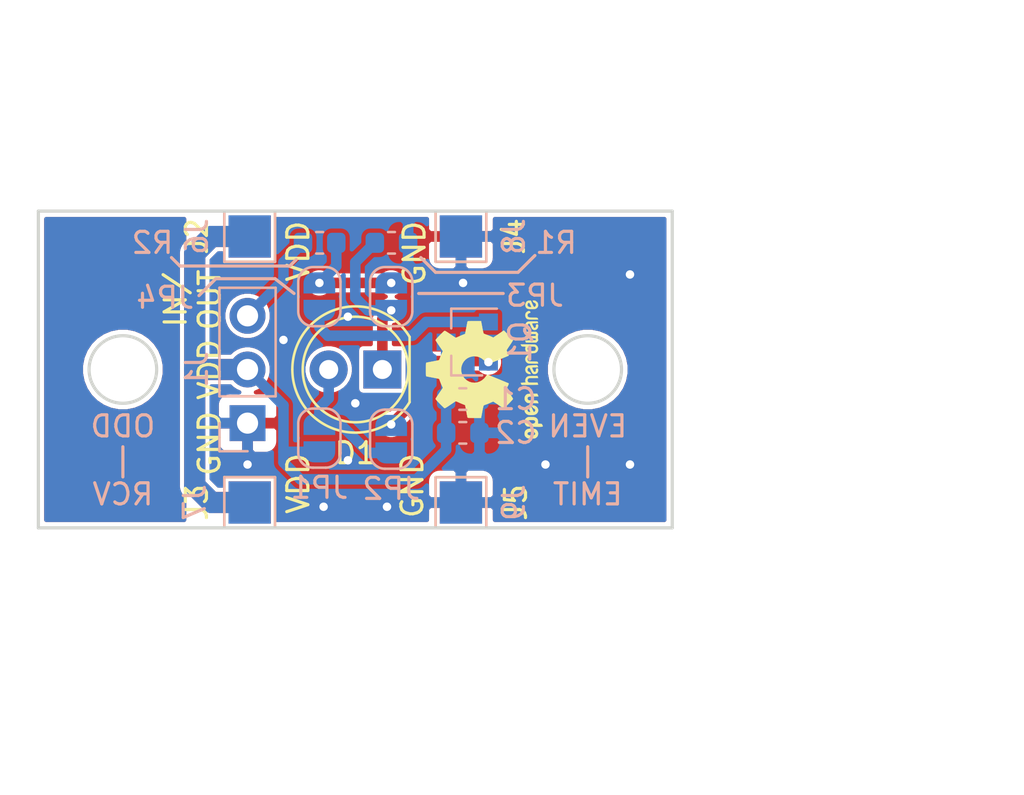
<source format=kicad_pcb>
(kicad_pcb (version 20171130) (host pcbnew 5.1.6-c6e7f7d~87~ubuntu18.04.1)

  (general
    (thickness 1.6)
    (drawings 38)
    (tracks 70)
    (zones 0)
    (modules 20)
    (nets 9)
  )

  (page A4)
  (title_block
    (title "Infrared receiver and emitter single unit")
    (date 2020-07-28)
    (rev "Rev. 1.0.0")
    (company "E. Lincoln Uehara")
  )

  (layers
    (0 F.Cu signal)
    (31 B.Cu signal)
    (32 B.Adhes user)
    (33 F.Adhes user)
    (34 B.Paste user)
    (35 F.Paste user)
    (36 B.SilkS user)
    (37 F.SilkS user)
    (38 B.Mask user)
    (39 F.Mask user)
    (40 Dwgs.User user)
    (41 Cmts.User user)
    (42 Eco1.User user)
    (43 Eco2.User user)
    (44 Edge.Cuts user)
    (45 Margin user)
    (46 B.CrtYd user)
    (47 F.CrtYd user)
    (48 B.Fab user hide)
    (49 F.Fab user hide)
  )

  (setup
    (last_trace_width 0.25)
    (trace_clearance 0.2)
    (zone_clearance 0.2)
    (zone_45_only no)
    (trace_min 0.2)
    (via_size 0.8)
    (via_drill 0.4)
    (via_min_size 0.45)
    (via_min_drill 0.2)
    (uvia_size 0.8)
    (uvia_drill 0.4)
    (uvias_allowed no)
    (uvia_min_size 0.45)
    (uvia_min_drill 0.2)
    (edge_width 0.05)
    (segment_width 0.2)
    (pcb_text_width 0.3)
    (pcb_text_size 1.5 1.5)
    (mod_edge_width 0.12)
    (mod_text_size 1 1)
    (mod_text_width 0.15)
    (pad_size 1.524 1.524)
    (pad_drill 0.762)
    (pad_to_mask_clearance 0.05)
    (aux_axis_origin 0 0)
    (visible_elements FFFFFF7F)
    (pcbplotparams
      (layerselection 0x010fc_ffffffff)
      (usegerberextensions false)
      (usegerberattributes true)
      (usegerberadvancedattributes true)
      (creategerberjobfile true)
      (excludeedgelayer true)
      (linewidth 0.100000)
      (plotframeref false)
      (viasonmask false)
      (mode 1)
      (useauxorigin false)
      (hpglpennumber 1)
      (hpglpenspeed 20)
      (hpglpendiameter 15.000000)
      (psnegative false)
      (psa4output false)
      (plotreference true)
      (plotvalue true)
      (plotinvisibletext false)
      (padsonsilk false)
      (subtractmaskfromsilk false)
      (outputformat 1)
      (mirror false)
      (drillshape 1)
      (scaleselection 1)
      (outputdirectory ""))
  )

  (net 0 "")
  (net 1 GND)
  (net 2 VDD)
  (net 3 "Net-(D1-Pad1)")
  (net 4 "Net-(D1-Pad2)")
  (net 5 "Net-(J1-Pad3)")
  (net 6 "Net-(JP2-Pad1)")
  (net 7 "Net-(JP3-Pad2)")
  (net 8 "Net-(JP4-Pad1)")

  (net_class Default "This is the default net class."
    (clearance 0.2)
    (trace_width 0.25)
    (via_dia 0.8)
    (via_drill 0.4)
    (uvia_dia 0.8)
    (uvia_drill 0.4)
    (add_net GND)
    (add_net "Net-(D1-Pad1)")
    (add_net "Net-(D1-Pad2)")
    (add_net "Net-(J1-Pad3)")
    (add_net "Net-(JP2-Pad1)")
    (add_net "Net-(JP3-Pad2)")
    (add_net "Net-(JP4-Pad1)")
    (add_net VDD)
  )

  (module Symbol:OSHW-Logo2_7.3x6mm_SilkScreen (layer F.Cu) (tedit 0) (tstamp 5F20C232)
    (at 151.1 87.5 90)
    (descr "Open Source Hardware Symbol")
    (tags "Logo Symbol OSHW")
    (attr virtual)
    (fp_text reference REF** (at 0 0 90) (layer F.SilkS) hide
      (effects (font (size 1 1) (thickness 0.15)))
    )
    (fp_text value OSHW-Logo2_7.3x6mm_SilkScreen (at 0.75 0 90) (layer F.Fab) hide
      (effects (font (size 1 1) (thickness 0.15)))
    )
    (fp_poly (pts (xy -2.400256 1.919918) (xy -2.344799 1.947568) (xy -2.295852 1.99848) (xy -2.282371 2.017338)
      (xy -2.267686 2.042015) (xy -2.258158 2.068816) (xy -2.252707 2.104587) (xy -2.250253 2.156169)
      (xy -2.249714 2.224267) (xy -2.252148 2.317588) (xy -2.260606 2.387657) (xy -2.276826 2.439931)
      (xy -2.302546 2.479869) (xy -2.339503 2.512929) (xy -2.342218 2.514886) (xy -2.37864 2.534908)
      (xy -2.422498 2.544815) (xy -2.478276 2.547257) (xy -2.568952 2.547257) (xy -2.56899 2.635283)
      (xy -2.569834 2.684308) (xy -2.574976 2.713065) (xy -2.588413 2.730311) (xy -2.614142 2.744808)
      (xy -2.620321 2.747769) (xy -2.649236 2.761648) (xy -2.671624 2.770414) (xy -2.688271 2.771171)
      (xy -2.699964 2.761023) (xy -2.70749 2.737073) (xy -2.711634 2.696426) (xy -2.713185 2.636186)
      (xy -2.712929 2.553455) (xy -2.711651 2.445339) (xy -2.711252 2.413) (xy -2.709815 2.301524)
      (xy -2.708528 2.228603) (xy -2.569029 2.228603) (xy -2.568245 2.290499) (xy -2.56476 2.330997)
      (xy -2.556876 2.357708) (xy -2.542895 2.378244) (xy -2.533403 2.38826) (xy -2.494596 2.417567)
      (xy -2.460237 2.419952) (xy -2.424784 2.39575) (xy -2.423886 2.394857) (xy -2.409461 2.376153)
      (xy -2.400687 2.350732) (xy -2.396261 2.311584) (xy -2.394882 2.251697) (xy -2.394857 2.23843)
      (xy -2.398188 2.155901) (xy -2.409031 2.098691) (xy -2.42866 2.063766) (xy -2.45835 2.048094)
      (xy -2.475509 2.046514) (xy -2.516234 2.053926) (xy -2.544168 2.07833) (xy -2.560983 2.12298)
      (xy -2.56835 2.19113) (xy -2.569029 2.228603) (xy -2.708528 2.228603) (xy -2.708292 2.215245)
      (xy -2.706323 2.150333) (xy -2.70355 2.102958) (xy -2.699612 2.06929) (xy -2.694151 2.045498)
      (xy -2.686808 2.027753) (xy -2.677223 2.012224) (xy -2.673113 2.006381) (xy -2.618595 1.951185)
      (xy -2.549664 1.91989) (xy -2.469928 1.911165) (xy -2.400256 1.919918)) (layer F.SilkS) (width 0.01))
    (fp_poly (pts (xy -1.283907 1.92778) (xy -1.237328 1.954723) (xy -1.204943 1.981466) (xy -1.181258 2.009484)
      (xy -1.164941 2.043748) (xy -1.154661 2.089227) (xy -1.149086 2.150892) (xy -1.146884 2.233711)
      (xy -1.146629 2.293246) (xy -1.146629 2.512391) (xy -1.208314 2.540044) (xy -1.27 2.567697)
      (xy -1.277257 2.32767) (xy -1.280256 2.238028) (xy -1.283402 2.172962) (xy -1.287299 2.128026)
      (xy -1.292553 2.09877) (xy -1.299769 2.080748) (xy -1.30955 2.069511) (xy -1.312688 2.067079)
      (xy -1.360239 2.048083) (xy -1.408303 2.0556) (xy -1.436914 2.075543) (xy -1.448553 2.089675)
      (xy -1.456609 2.10822) (xy -1.461729 2.136334) (xy -1.464559 2.179173) (xy -1.465744 2.241895)
      (xy -1.465943 2.307261) (xy -1.465982 2.389268) (xy -1.467386 2.447316) (xy -1.472086 2.486465)
      (xy -1.482013 2.51178) (xy -1.499097 2.528323) (xy -1.525268 2.541156) (xy -1.560225 2.554491)
      (xy -1.598404 2.569007) (xy -1.593859 2.311389) (xy -1.592029 2.218519) (xy -1.589888 2.149889)
      (xy -1.586819 2.100711) (xy -1.582206 2.066198) (xy -1.575432 2.041562) (xy -1.565881 2.022016)
      (xy -1.554366 2.00477) (xy -1.49881 1.94968) (xy -1.43102 1.917822) (xy -1.357287 1.910191)
      (xy -1.283907 1.92778)) (layer F.SilkS) (width 0.01))
    (fp_poly (pts (xy -2.958885 1.921962) (xy -2.890855 1.957733) (xy -2.840649 2.015301) (xy -2.822815 2.052312)
      (xy -2.808937 2.107882) (xy -2.801833 2.178096) (xy -2.80116 2.254727) (xy -2.806573 2.329552)
      (xy -2.81773 2.394342) (xy -2.834286 2.440873) (xy -2.839374 2.448887) (xy -2.899645 2.508707)
      (xy -2.971231 2.544535) (xy -3.048908 2.55502) (xy -3.127452 2.53881) (xy -3.149311 2.529092)
      (xy -3.191878 2.499143) (xy -3.229237 2.459433) (xy -3.232768 2.454397) (xy -3.247119 2.430124)
      (xy -3.256606 2.404178) (xy -3.26221 2.370022) (xy -3.264914 2.321119) (xy -3.265701 2.250935)
      (xy -3.265714 2.2352) (xy -3.265678 2.230192) (xy -3.120571 2.230192) (xy -3.119727 2.29643)
      (xy -3.116404 2.340386) (xy -3.109417 2.368779) (xy -3.097584 2.388325) (xy -3.091543 2.394857)
      (xy -3.056814 2.41968) (xy -3.023097 2.418548) (xy -2.989005 2.397016) (xy -2.968671 2.374029)
      (xy -2.956629 2.340478) (xy -2.949866 2.287569) (xy -2.949402 2.281399) (xy -2.948248 2.185513)
      (xy -2.960312 2.114299) (xy -2.98543 2.068194) (xy -3.02344 2.047635) (xy -3.037008 2.046514)
      (xy -3.072636 2.052152) (xy -3.097006 2.071686) (xy -3.111907 2.109042) (xy -3.119125 2.16815)
      (xy -3.120571 2.230192) (xy -3.265678 2.230192) (xy -3.265174 2.160413) (xy -3.262904 2.108159)
      (xy -3.257932 2.071949) (xy -3.249287 2.045299) (xy -3.235995 2.021722) (xy -3.233057 2.017338)
      (xy -3.183687 1.958249) (xy -3.129891 1.923947) (xy -3.064398 1.910331) (xy -3.042158 1.909665)
      (xy -2.958885 1.921962)) (layer F.SilkS) (width 0.01))
    (fp_poly (pts (xy -1.831697 1.931239) (xy -1.774473 1.969735) (xy -1.730251 2.025335) (xy -1.703833 2.096086)
      (xy -1.69849 2.148162) (xy -1.699097 2.169893) (xy -1.704178 2.186531) (xy -1.718145 2.201437)
      (xy -1.745411 2.217973) (xy -1.790388 2.239498) (xy -1.857489 2.269374) (xy -1.857829 2.269524)
      (xy -1.919593 2.297813) (xy -1.970241 2.322933) (xy -2.004596 2.342179) (xy -2.017482 2.352848)
      (xy -2.017486 2.352934) (xy -2.006128 2.376166) (xy -1.979569 2.401774) (xy -1.949077 2.420221)
      (xy -1.93363 2.423886) (xy -1.891485 2.411212) (xy -1.855192 2.379471) (xy -1.837483 2.344572)
      (xy -1.820448 2.318845) (xy -1.787078 2.289546) (xy -1.747851 2.264235) (xy -1.713244 2.250471)
      (xy -1.706007 2.249714) (xy -1.697861 2.26216) (xy -1.69737 2.293972) (xy -1.703357 2.336866)
      (xy -1.714643 2.382558) (xy -1.73005 2.422761) (xy -1.730829 2.424322) (xy -1.777196 2.489062)
      (xy -1.837289 2.533097) (xy -1.905535 2.554711) (xy -1.976362 2.552185) (xy -2.044196 2.523804)
      (xy -2.047212 2.521808) (xy -2.100573 2.473448) (xy -2.13566 2.410352) (xy -2.155078 2.327387)
      (xy -2.157684 2.304078) (xy -2.162299 2.194055) (xy -2.156767 2.142748) (xy -2.017486 2.142748)
      (xy -2.015676 2.174753) (xy -2.005778 2.184093) (xy -1.981102 2.177105) (xy -1.942205 2.160587)
      (xy -1.898725 2.139881) (xy -1.897644 2.139333) (xy -1.860791 2.119949) (xy -1.846 2.107013)
      (xy -1.849647 2.093451) (xy -1.865005 2.075632) (xy -1.904077 2.049845) (xy -1.946154 2.04795)
      (xy -1.983897 2.066717) (xy -2.009966 2.102915) (xy -2.017486 2.142748) (xy -2.156767 2.142748)
      (xy -2.152806 2.106027) (xy -2.12845 2.036212) (xy -2.094544 1.987302) (xy -2.033347 1.937878)
      (xy -1.965937 1.913359) (xy -1.89712 1.911797) (xy -1.831697 1.931239)) (layer F.SilkS) (width 0.01))
    (fp_poly (pts (xy -0.624114 1.851289) (xy -0.619861 1.910613) (xy -0.614975 1.945572) (xy -0.608205 1.96082)
      (xy -0.598298 1.961015) (xy -0.595086 1.959195) (xy -0.552356 1.946015) (xy -0.496773 1.946785)
      (xy -0.440263 1.960333) (xy -0.404918 1.977861) (xy -0.368679 2.005861) (xy -0.342187 2.037549)
      (xy -0.324001 2.077813) (xy -0.312678 2.131543) (xy -0.306778 2.203626) (xy -0.304857 2.298951)
      (xy -0.304823 2.317237) (xy -0.3048 2.522646) (xy -0.350509 2.53858) (xy -0.382973 2.54942)
      (xy -0.400785 2.554468) (xy -0.401309 2.554514) (xy -0.403063 2.540828) (xy -0.404556 2.503076)
      (xy -0.405674 2.446224) (xy -0.406303 2.375234) (xy -0.4064 2.332073) (xy -0.406602 2.246973)
      (xy -0.407642 2.185981) (xy -0.410169 2.144177) (xy -0.414836 2.116642) (xy -0.422293 2.098456)
      (xy -0.433189 2.084698) (xy -0.439993 2.078073) (xy -0.486728 2.051375) (xy -0.537728 2.049375)
      (xy -0.583999 2.071955) (xy -0.592556 2.080107) (xy -0.605107 2.095436) (xy -0.613812 2.113618)
      (xy -0.619369 2.139909) (xy -0.622474 2.179562) (xy -0.623824 2.237832) (xy -0.624114 2.318173)
      (xy -0.624114 2.522646) (xy -0.669823 2.53858) (xy -0.702287 2.54942) (xy -0.720099 2.554468)
      (xy -0.720623 2.554514) (xy -0.721963 2.540623) (xy -0.723172 2.501439) (xy -0.724199 2.4407)
      (xy -0.724998 2.362141) (xy -0.725519 2.269498) (xy -0.725714 2.166509) (xy -0.725714 1.769342)
      (xy -0.678543 1.749444) (xy -0.631371 1.729547) (xy -0.624114 1.851289)) (layer F.SilkS) (width 0.01))
    (fp_poly (pts (xy 0.039744 1.950968) (xy 0.096616 1.972087) (xy 0.097267 1.972493) (xy 0.13244 1.99838)
      (xy 0.158407 2.028633) (xy 0.17667 2.068058) (xy 0.188732 2.121462) (xy 0.196096 2.193651)
      (xy 0.200264 2.289432) (xy 0.200629 2.303078) (xy 0.205876 2.508842) (xy 0.161716 2.531678)
      (xy 0.129763 2.54711) (xy 0.11047 2.554423) (xy 0.109578 2.554514) (xy 0.106239 2.541022)
      (xy 0.103587 2.504626) (xy 0.101956 2.451452) (xy 0.1016 2.408393) (xy 0.101592 2.338641)
      (xy 0.098403 2.294837) (xy 0.087288 2.273944) (xy 0.063501 2.272925) (xy 0.022296 2.288741)
      (xy -0.039914 2.317815) (xy -0.085659 2.341963) (xy -0.109187 2.362913) (xy -0.116104 2.385747)
      (xy -0.116114 2.386877) (xy -0.104701 2.426212) (xy -0.070908 2.447462) (xy -0.019191 2.450539)
      (xy 0.018061 2.450006) (xy 0.037703 2.460735) (xy 0.049952 2.486505) (xy 0.057002 2.519337)
      (xy 0.046842 2.537966) (xy 0.043017 2.540632) (xy 0.007001 2.55134) (xy -0.043434 2.552856)
      (xy -0.095374 2.545759) (xy -0.132178 2.532788) (xy -0.183062 2.489585) (xy -0.211986 2.429446)
      (xy -0.217714 2.382462) (xy -0.213343 2.340082) (xy -0.197525 2.305488) (xy -0.166203 2.274763)
      (xy -0.115322 2.24399) (xy -0.040824 2.209252) (xy -0.036286 2.207288) (xy 0.030821 2.176287)
      (xy 0.072232 2.150862) (xy 0.089981 2.128014) (xy 0.086107 2.104745) (xy 0.062643 2.078056)
      (xy 0.055627 2.071914) (xy 0.00863 2.0481) (xy -0.040067 2.049103) (xy -0.082478 2.072451)
      (xy -0.110616 2.115675) (xy -0.113231 2.12416) (xy -0.138692 2.165308) (xy -0.170999 2.185128)
      (xy -0.217714 2.20477) (xy -0.217714 2.15395) (xy -0.203504 2.080082) (xy -0.161325 2.012327)
      (xy -0.139376 1.989661) (xy -0.089483 1.960569) (xy -0.026033 1.9474) (xy 0.039744 1.950968)) (layer F.SilkS) (width 0.01))
    (fp_poly (pts (xy 0.529926 1.949755) (xy 0.595858 1.974084) (xy 0.649273 2.017117) (xy 0.670164 2.047409)
      (xy 0.692939 2.102994) (xy 0.692466 2.143186) (xy 0.668562 2.170217) (xy 0.659717 2.174813)
      (xy 0.62153 2.189144) (xy 0.602028 2.185472) (xy 0.595422 2.161407) (xy 0.595086 2.148114)
      (xy 0.582992 2.09921) (xy 0.551471 2.064999) (xy 0.507659 2.048476) (xy 0.458695 2.052634)
      (xy 0.418894 2.074227) (xy 0.40545 2.086544) (xy 0.395921 2.101487) (xy 0.389485 2.124075)
      (xy 0.385317 2.159328) (xy 0.382597 2.212266) (xy 0.380502 2.287907) (xy 0.37996 2.311857)
      (xy 0.377981 2.39379) (xy 0.375731 2.451455) (xy 0.372357 2.489608) (xy 0.367006 2.513004)
      (xy 0.358824 2.526398) (xy 0.346959 2.534545) (xy 0.339362 2.538144) (xy 0.307102 2.550452)
      (xy 0.288111 2.554514) (xy 0.281836 2.540948) (xy 0.278006 2.499934) (xy 0.2766 2.430999)
      (xy 0.277598 2.333669) (xy 0.277908 2.318657) (xy 0.280101 2.229859) (xy 0.282693 2.165019)
      (xy 0.286382 2.119067) (xy 0.291864 2.086935) (xy 0.299835 2.063553) (xy 0.310993 2.043852)
      (xy 0.31683 2.03541) (xy 0.350296 1.998057) (xy 0.387727 1.969003) (xy 0.392309 1.966467)
      (xy 0.459426 1.946443) (xy 0.529926 1.949755)) (layer F.SilkS) (width 0.01))
    (fp_poly (pts (xy 1.190117 2.065358) (xy 1.189933 2.173837) (xy 1.189219 2.257287) (xy 1.187675 2.319704)
      (xy 1.185001 2.365085) (xy 1.180894 2.397429) (xy 1.175055 2.420733) (xy 1.167182 2.438995)
      (xy 1.161221 2.449418) (xy 1.111855 2.505945) (xy 1.049264 2.541377) (xy 0.980013 2.55409)
      (xy 0.910668 2.542463) (xy 0.869375 2.521568) (xy 0.826025 2.485422) (xy 0.796481 2.441276)
      (xy 0.778655 2.383462) (xy 0.770463 2.306313) (xy 0.769302 2.249714) (xy 0.769458 2.245647)
      (xy 0.870857 2.245647) (xy 0.871476 2.31055) (xy 0.874314 2.353514) (xy 0.88084 2.381622)
      (xy 0.892523 2.401953) (xy 0.906483 2.417288) (xy 0.953365 2.44689) (xy 1.003701 2.449419)
      (xy 1.051276 2.424705) (xy 1.054979 2.421356) (xy 1.070783 2.403935) (xy 1.080693 2.383209)
      (xy 1.086058 2.352362) (xy 1.088228 2.304577) (xy 1.088571 2.251748) (xy 1.087827 2.185381)
      (xy 1.084748 2.141106) (xy 1.078061 2.112009) (xy 1.066496 2.091173) (xy 1.057013 2.080107)
      (xy 1.01296 2.052198) (xy 0.962224 2.048843) (xy 0.913796 2.070159) (xy 0.90445 2.078073)
      (xy 0.88854 2.095647) (xy 0.87861 2.116587) (xy 0.873278 2.147782) (xy 0.871163 2.196122)
      (xy 0.870857 2.245647) (xy 0.769458 2.245647) (xy 0.77281 2.158568) (xy 0.784726 2.090086)
      (xy 0.807135 2.0386) (xy 0.842124 1.998443) (xy 0.869375 1.977861) (xy 0.918907 1.955625)
      (xy 0.976316 1.945304) (xy 1.029682 1.948067) (xy 1.059543 1.959212) (xy 1.071261 1.962383)
      (xy 1.079037 1.950557) (xy 1.084465 1.918866) (xy 1.088571 1.870593) (xy 1.093067 1.816829)
      (xy 1.099313 1.784482) (xy 1.110676 1.765985) (xy 1.130528 1.75377) (xy 1.143 1.748362)
      (xy 1.190171 1.728601) (xy 1.190117 2.065358)) (layer F.SilkS) (width 0.01))
    (fp_poly (pts (xy 1.779833 1.958663) (xy 1.782048 1.99685) (xy 1.783784 2.054886) (xy 1.784899 2.12818)
      (xy 1.785257 2.205055) (xy 1.785257 2.465196) (xy 1.739326 2.511127) (xy 1.707675 2.539429)
      (xy 1.67989 2.550893) (xy 1.641915 2.550168) (xy 1.62684 2.548321) (xy 1.579726 2.542948)
      (xy 1.540756 2.539869) (xy 1.531257 2.539585) (xy 1.499233 2.541445) (xy 1.453432 2.546114)
      (xy 1.435674 2.548321) (xy 1.392057 2.551735) (xy 1.362745 2.54432) (xy 1.33368 2.521427)
      (xy 1.323188 2.511127) (xy 1.277257 2.465196) (xy 1.277257 1.978602) (xy 1.314226 1.961758)
      (xy 1.346059 1.949282) (xy 1.364683 1.944914) (xy 1.369458 1.958718) (xy 1.373921 1.997286)
      (xy 1.377775 2.056356) (xy 1.380722 2.131663) (xy 1.382143 2.195286) (xy 1.386114 2.445657)
      (xy 1.420759 2.450556) (xy 1.452268 2.447131) (xy 1.467708 2.436041) (xy 1.472023 2.415308)
      (xy 1.475708 2.371145) (xy 1.478469 2.309146) (xy 1.480012 2.234909) (xy 1.480235 2.196706)
      (xy 1.480457 1.976783) (xy 1.526166 1.960849) (xy 1.558518 1.950015) (xy 1.576115 1.944962)
      (xy 1.576623 1.944914) (xy 1.578388 1.958648) (xy 1.580329 1.99673) (xy 1.582282 2.054482)
      (xy 1.584084 2.127227) (xy 1.585343 2.195286) (xy 1.589314 2.445657) (xy 1.6764 2.445657)
      (xy 1.680396 2.21724) (xy 1.684392 1.988822) (xy 1.726847 1.966868) (xy 1.758192 1.951793)
      (xy 1.776744 1.944951) (xy 1.777279 1.944914) (xy 1.779833 1.958663)) (layer F.SilkS) (width 0.01))
    (fp_poly (pts (xy 2.144876 1.956335) (xy 2.186667 1.975344) (xy 2.219469 1.998378) (xy 2.243503 2.024133)
      (xy 2.260097 2.057358) (xy 2.270577 2.1028) (xy 2.276271 2.165207) (xy 2.278507 2.249327)
      (xy 2.278743 2.304721) (xy 2.278743 2.520826) (xy 2.241774 2.53767) (xy 2.212656 2.549981)
      (xy 2.198231 2.554514) (xy 2.195472 2.541025) (xy 2.193282 2.504653) (xy 2.191942 2.451542)
      (xy 2.191657 2.409372) (xy 2.190434 2.348447) (xy 2.187136 2.300115) (xy 2.182321 2.270518)
      (xy 2.178496 2.264229) (xy 2.152783 2.270652) (xy 2.112418 2.287125) (xy 2.065679 2.309458)
      (xy 2.020845 2.333457) (xy 1.986193 2.35493) (xy 1.970002 2.369685) (xy 1.969938 2.369845)
      (xy 1.97133 2.397152) (xy 1.983818 2.423219) (xy 2.005743 2.444392) (xy 2.037743 2.451474)
      (xy 2.065092 2.450649) (xy 2.103826 2.450042) (xy 2.124158 2.459116) (xy 2.136369 2.483092)
      (xy 2.137909 2.487613) (xy 2.143203 2.521806) (xy 2.129047 2.542568) (xy 2.092148 2.552462)
      (xy 2.052289 2.554292) (xy 1.980562 2.540727) (xy 1.943432 2.521355) (xy 1.897576 2.475845)
      (xy 1.873256 2.419983) (xy 1.871073 2.360957) (xy 1.891629 2.305953) (xy 1.922549 2.271486)
      (xy 1.95342 2.252189) (xy 2.001942 2.227759) (xy 2.058485 2.202985) (xy 2.06791 2.199199)
      (xy 2.130019 2.171791) (xy 2.165822 2.147634) (xy 2.177337 2.123619) (xy 2.16658 2.096635)
      (xy 2.148114 2.075543) (xy 2.104469 2.049572) (xy 2.056446 2.047624) (xy 2.012406 2.067637)
      (xy 1.980709 2.107551) (xy 1.976549 2.117848) (xy 1.952327 2.155724) (xy 1.916965 2.183842)
      (xy 1.872343 2.206917) (xy 1.872343 2.141485) (xy 1.874969 2.101506) (xy 1.88623 2.069997)
      (xy 1.911199 2.036378) (xy 1.935169 2.010484) (xy 1.972441 1.973817) (xy 2.001401 1.954121)
      (xy 2.032505 1.94622) (xy 2.067713 1.944914) (xy 2.144876 1.956335)) (layer F.SilkS) (width 0.01))
    (fp_poly (pts (xy 2.6526 1.958752) (xy 2.669948 1.966334) (xy 2.711356 1.999128) (xy 2.746765 2.046547)
      (xy 2.768664 2.097151) (xy 2.772229 2.122098) (xy 2.760279 2.156927) (xy 2.734067 2.175357)
      (xy 2.705964 2.186516) (xy 2.693095 2.188572) (xy 2.686829 2.173649) (xy 2.674456 2.141175)
      (xy 2.669028 2.126502) (xy 2.63859 2.075744) (xy 2.59452 2.050427) (xy 2.53801 2.051206)
      (xy 2.533825 2.052203) (xy 2.503655 2.066507) (xy 2.481476 2.094393) (xy 2.466327 2.139287)
      (xy 2.45725 2.204615) (xy 2.453286 2.293804) (xy 2.452914 2.341261) (xy 2.45273 2.416071)
      (xy 2.451522 2.467069) (xy 2.448309 2.499471) (xy 2.442109 2.518495) (xy 2.43194 2.529356)
      (xy 2.416819 2.537272) (xy 2.415946 2.53767) (xy 2.386828 2.549981) (xy 2.372403 2.554514)
      (xy 2.370186 2.540809) (xy 2.368289 2.502925) (xy 2.366847 2.445715) (xy 2.365998 2.374027)
      (xy 2.365829 2.321565) (xy 2.366692 2.220047) (xy 2.37007 2.143032) (xy 2.377142 2.086023)
      (xy 2.389088 2.044526) (xy 2.40709 2.014043) (xy 2.432327 1.99008) (xy 2.457247 1.973355)
      (xy 2.517171 1.951097) (xy 2.586911 1.946076) (xy 2.6526 1.958752)) (layer F.SilkS) (width 0.01))
    (fp_poly (pts (xy 3.153595 1.966966) (xy 3.211021 2.004497) (xy 3.238719 2.038096) (xy 3.260662 2.099064)
      (xy 3.262405 2.147308) (xy 3.258457 2.211816) (xy 3.109686 2.276934) (xy 3.037349 2.310202)
      (xy 2.990084 2.336964) (xy 2.965507 2.360144) (xy 2.961237 2.382667) (xy 2.974889 2.407455)
      (xy 2.989943 2.423886) (xy 3.033746 2.450235) (xy 3.081389 2.452081) (xy 3.125145 2.431546)
      (xy 3.157289 2.390752) (xy 3.163038 2.376347) (xy 3.190576 2.331356) (xy 3.222258 2.312182)
      (xy 3.265714 2.295779) (xy 3.265714 2.357966) (xy 3.261872 2.400283) (xy 3.246823 2.435969)
      (xy 3.21528 2.476943) (xy 3.210592 2.482267) (xy 3.175506 2.51872) (xy 3.145347 2.538283)
      (xy 3.107615 2.547283) (xy 3.076335 2.55023) (xy 3.020385 2.550965) (xy 2.980555 2.54166)
      (xy 2.955708 2.527846) (xy 2.916656 2.497467) (xy 2.889625 2.464613) (xy 2.872517 2.423294)
      (xy 2.863238 2.367521) (xy 2.859693 2.291305) (xy 2.85941 2.252622) (xy 2.860372 2.206247)
      (xy 2.948007 2.206247) (xy 2.949023 2.231126) (xy 2.951556 2.2352) (xy 2.968274 2.229665)
      (xy 3.004249 2.215017) (xy 3.052331 2.19419) (xy 3.062386 2.189714) (xy 3.123152 2.158814)
      (xy 3.156632 2.131657) (xy 3.16399 2.10622) (xy 3.146391 2.080481) (xy 3.131856 2.069109)
      (xy 3.07941 2.046364) (xy 3.030322 2.050122) (xy 2.989227 2.077884) (xy 2.960758 2.127152)
      (xy 2.951631 2.166257) (xy 2.948007 2.206247) (xy 2.860372 2.206247) (xy 2.861285 2.162249)
      (xy 2.868196 2.095384) (xy 2.881884 2.046695) (xy 2.904096 2.010849) (xy 2.936574 1.982513)
      (xy 2.950733 1.973355) (xy 3.015053 1.949507) (xy 3.085473 1.948006) (xy 3.153595 1.966966)) (layer F.SilkS) (width 0.01))
    (fp_poly (pts (xy 0.10391 -2.757652) (xy 0.182454 -2.757222) (xy 0.239298 -2.756058) (xy 0.278105 -2.753793)
      (xy 0.302538 -2.75006) (xy 0.316262 -2.744494) (xy 0.32294 -2.736727) (xy 0.326236 -2.726395)
      (xy 0.326556 -2.725057) (xy 0.331562 -2.700921) (xy 0.340829 -2.653299) (xy 0.353392 -2.587259)
      (xy 0.368287 -2.507872) (xy 0.384551 -2.420204) (xy 0.385119 -2.417125) (xy 0.40141 -2.331211)
      (xy 0.416652 -2.255304) (xy 0.429861 -2.193955) (xy 0.440054 -2.151718) (xy 0.446248 -2.133145)
      (xy 0.446543 -2.132816) (xy 0.464788 -2.123747) (xy 0.502405 -2.108633) (xy 0.551271 -2.090738)
      (xy 0.551543 -2.090642) (xy 0.613093 -2.067507) (xy 0.685657 -2.038035) (xy 0.754057 -2.008403)
      (xy 0.757294 -2.006938) (xy 0.868702 -1.956374) (xy 1.115399 -2.12484) (xy 1.191077 -2.176197)
      (xy 1.259631 -2.222111) (xy 1.317088 -2.25997) (xy 1.359476 -2.287163) (xy 1.382825 -2.301079)
      (xy 1.385042 -2.302111) (xy 1.40201 -2.297516) (xy 1.433701 -2.275345) (xy 1.481352 -2.234553)
      (xy 1.546198 -2.174095) (xy 1.612397 -2.109773) (xy 1.676214 -2.046388) (xy 1.733329 -1.988549)
      (xy 1.780305 -1.939825) (xy 1.813703 -1.90379) (xy 1.830085 -1.884016) (xy 1.830694 -1.882998)
      (xy 1.832505 -1.869428) (xy 1.825683 -1.847267) (xy 1.80854 -1.813522) (xy 1.779393 -1.7652)
      (xy 1.736555 -1.699308) (xy 1.679448 -1.614483) (xy 1.628766 -1.539823) (xy 1.583461 -1.47286)
      (xy 1.54615 -1.417484) (xy 1.519452 -1.37758) (xy 1.505985 -1.357038) (xy 1.505137 -1.355644)
      (xy 1.506781 -1.335962) (xy 1.519245 -1.297707) (xy 1.540048 -1.248111) (xy 1.547462 -1.232272)
      (xy 1.579814 -1.16171) (xy 1.614328 -1.081647) (xy 1.642365 -1.012371) (xy 1.662568 -0.960955)
      (xy 1.678615 -0.921881) (xy 1.687888 -0.901459) (xy 1.689041 -0.899886) (xy 1.706096 -0.897279)
      (xy 1.746298 -0.890137) (xy 1.804302 -0.879477) (xy 1.874763 -0.866315) (xy 1.952335 -0.851667)
      (xy 2.031672 -0.836551) (xy 2.107431 -0.821982) (xy 2.174264 -0.808978) (xy 2.226828 -0.798555)
      (xy 2.259776 -0.79173) (xy 2.267857 -0.789801) (xy 2.276205 -0.785038) (xy 2.282506 -0.774282)
      (xy 2.287045 -0.753902) (xy 2.290104 -0.720266) (xy 2.291967 -0.669745) (xy 2.292918 -0.598708)
      (xy 2.29324 -0.503524) (xy 2.293257 -0.464508) (xy 2.293257 -0.147201) (xy 2.217057 -0.132161)
      (xy 2.174663 -0.124005) (xy 2.1114 -0.112101) (xy 2.034962 -0.097884) (xy 1.953043 -0.08279)
      (xy 1.9304 -0.078645) (xy 1.854806 -0.063947) (xy 1.788953 -0.049495) (xy 1.738366 -0.036625)
      (xy 1.708574 -0.026678) (xy 1.703612 -0.023713) (xy 1.691426 -0.002717) (xy 1.673953 0.037967)
      (xy 1.654577 0.090322) (xy 1.650734 0.1016) (xy 1.625339 0.171523) (xy 1.593817 0.250418)
      (xy 1.562969 0.321266) (xy 1.562817 0.321595) (xy 1.511447 0.432733) (xy 1.680399 0.681253)
      (xy 1.849352 0.929772) (xy 1.632429 1.147058) (xy 1.566819 1.211726) (xy 1.506979 1.268733)
      (xy 1.456267 1.315033) (xy 1.418046 1.347584) (xy 1.395675 1.363343) (xy 1.392466 1.364343)
      (xy 1.373626 1.356469) (xy 1.33518 1.334578) (xy 1.28133 1.301267) (xy 1.216276 1.259131)
      (xy 1.14594 1.211943) (xy 1.074555 1.16381) (xy 1.010908 1.121928) (xy 0.959041 1.088871)
      (xy 0.922995 1.067218) (xy 0.906867 1.059543) (xy 0.887189 1.066037) (xy 0.849875 1.08315)
      (xy 0.802621 1.107326) (xy 0.797612 1.110013) (xy 0.733977 1.141927) (xy 0.690341 1.157579)
      (xy 0.663202 1.157745) (xy 0.649057 1.143204) (xy 0.648975 1.143) (xy 0.641905 1.125779)
      (xy 0.625042 1.084899) (xy 0.599695 1.023525) (xy 0.567171 0.944819) (xy 0.528778 0.851947)
      (xy 0.485822 0.748072) (xy 0.444222 0.647502) (xy 0.398504 0.536516) (xy 0.356526 0.433703)
      (xy 0.319548 0.342215) (xy 0.288827 0.265201) (xy 0.265622 0.205815) (xy 0.25119 0.167209)
      (xy 0.246743 0.1528) (xy 0.257896 0.136272) (xy 0.287069 0.10993) (xy 0.325971 0.080887)
      (xy 0.436757 -0.010961) (xy 0.523351 -0.116241) (xy 0.584716 -0.232734) (xy 0.619815 -0.358224)
      (xy 0.627608 -0.490493) (xy 0.621943 -0.551543) (xy 0.591078 -0.678205) (xy 0.53792 -0.790059)
      (xy 0.465767 -0.885999) (xy 0.377917 -0.964924) (xy 0.277665 -1.02573) (xy 0.16831 -1.067313)
      (xy 0.053147 -1.088572) (xy -0.064525 -1.088401) (xy -0.18141 -1.065699) (xy -0.294211 -1.019362)
      (xy -0.399631 -0.948287) (xy -0.443632 -0.908089) (xy -0.528021 -0.804871) (xy -0.586778 -0.692075)
      (xy -0.620296 -0.57299) (xy -0.628965 -0.450905) (xy -0.613177 -0.329107) (xy -0.573322 -0.210884)
      (xy -0.509793 -0.099525) (xy -0.422979 0.001684) (xy -0.325971 0.080887) (xy -0.285563 0.111162)
      (xy -0.257018 0.137219) (xy -0.246743 0.152825) (xy -0.252123 0.169843) (xy -0.267425 0.2105)
      (xy -0.291388 0.271642) (xy -0.322756 0.350119) (xy -0.360268 0.44278) (xy -0.402667 0.546472)
      (xy -0.444337 0.647526) (xy -0.49031 0.758607) (xy -0.532893 0.861541) (xy -0.570779 0.953165)
      (xy -0.60266 1.030316) (xy -0.627229 1.089831) (xy -0.64318 1.128544) (xy -0.64909 1.143)
      (xy -0.663052 1.157685) (xy -0.69006 1.157642) (xy -0.733587 1.142099) (xy -0.79711 1.110284)
      (xy -0.797612 1.110013) (xy -0.84544 1.085323) (xy -0.884103 1.067338) (xy -0.905905 1.059614)
      (xy -0.906867 1.059543) (xy -0.923279 1.067378) (xy -0.959513 1.089165) (xy -1.011526 1.122328)
      (xy -1.075275 1.164291) (xy -1.14594 1.211943) (xy -1.217884 1.260191) (xy -1.282726 1.302151)
      (xy -1.336265 1.335227) (xy -1.374303 1.356821) (xy -1.392467 1.364343) (xy -1.409192 1.354457)
      (xy -1.44282 1.326826) (xy -1.48999 1.284495) (xy -1.547342 1.230505) (xy -1.611516 1.167899)
      (xy -1.632503 1.146983) (xy -1.849501 0.929623) (xy -1.684332 0.68722) (xy -1.634136 0.612781)
      (xy -1.590081 0.545972) (xy -1.554638 0.490665) (xy -1.530281 0.450729) (xy -1.519478 0.430036)
      (xy -1.519162 0.428563) (xy -1.524857 0.409058) (xy -1.540174 0.369822) (xy -1.562463 0.31743)
      (xy -1.578107 0.282355) (xy -1.607359 0.215201) (xy -1.634906 0.147358) (xy -1.656263 0.090034)
      (xy -1.662065 0.072572) (xy -1.678548 0.025938) (xy -1.69466 -0.010095) (xy -1.70351 -0.023713)
      (xy -1.72304 -0.032048) (xy -1.765666 -0.043863) (xy -1.825855 -0.057819) (xy -1.898078 -0.072578)
      (xy -1.9304 -0.078645) (xy -2.012478 -0.093727) (xy -2.091205 -0.108331) (xy -2.158891 -0.12102)
      (xy -2.20784 -0.130358) (xy -2.217057 -0.132161) (xy -2.293257 -0.147201) (xy -2.293257 -0.464508)
      (xy -2.293086 -0.568846) (xy -2.292384 -0.647787) (xy -2.290866 -0.704962) (xy -2.288251 -0.744001)
      (xy -2.284254 -0.768535) (xy -2.278591 -0.782195) (xy -2.27098 -0.788611) (xy -2.267857 -0.789801)
      (xy -2.249022 -0.79402) (xy -2.207412 -0.802438) (xy -2.14837 -0.814039) (xy -2.077243 -0.827805)
      (xy -1.999375 -0.84272) (xy -1.920113 -0.857768) (xy -1.844802 -0.871931) (xy -1.778787 -0.884194)
      (xy -1.727413 -0.893539) (xy -1.696025 -0.89895) (xy -1.689041 -0.899886) (xy -1.682715 -0.912404)
      (xy -1.66871 -0.945754) (xy -1.649645 -0.993623) (xy -1.642366 -1.012371) (xy -1.613004 -1.084805)
      (xy -1.578429 -1.16483) (xy -1.547463 -1.232272) (xy -1.524677 -1.283841) (xy -1.509518 -1.326215)
      (xy -1.504458 -1.352166) (xy -1.505264 -1.355644) (xy -1.515959 -1.372064) (xy -1.54038 -1.408583)
      (xy -1.575905 -1.461313) (xy -1.619913 -1.526365) (xy -1.669783 -1.599849) (xy -1.679644 -1.614355)
      (xy -1.737508 -1.700296) (xy -1.780044 -1.765739) (xy -1.808946 -1.813696) (xy -1.82591 -1.84718)
      (xy -1.832633 -1.869205) (xy -1.83081 -1.882783) (xy -1.830764 -1.882869) (xy -1.816414 -1.900703)
      (xy -1.784677 -1.935183) (xy -1.73899 -1.982732) (xy -1.682796 -2.039778) (xy -1.619532 -2.102745)
      (xy -1.612398 -2.109773) (xy -1.53267 -2.18698) (xy -1.471143 -2.24367) (xy -1.426579 -2.28089)
      (xy -1.397743 -2.299685) (xy -1.385042 -2.302111) (xy -1.366506 -2.291529) (xy -1.328039 -2.267084)
      (xy -1.273614 -2.231388) (xy -1.207202 -2.187053) (xy -1.132775 -2.136689) (xy -1.115399 -2.12484)
      (xy -0.868703 -1.956374) (xy -0.757294 -2.006938) (xy -0.689543 -2.036405) (xy -0.616817 -2.066041)
      (xy -0.554297 -2.08967) (xy -0.551543 -2.090642) (xy -0.50264 -2.108543) (xy -0.464943 -2.12368)
      (xy -0.446575 -2.13279) (xy -0.446544 -2.132816) (xy -0.440715 -2.149283) (xy -0.430808 -2.189781)
      (xy -0.417805 -2.249758) (xy -0.402691 -2.32466) (xy -0.386448 -2.409936) (xy -0.385119 -2.417125)
      (xy -0.368825 -2.504986) (xy -0.353867 -2.58474) (xy -0.341209 -2.651319) (xy -0.331814 -2.699653)
      (xy -0.326646 -2.724675) (xy -0.326556 -2.725057) (xy -0.323411 -2.735701) (xy -0.317296 -2.743738)
      (xy -0.304547 -2.749533) (xy -0.2815 -2.753453) (xy -0.244491 -2.755865) (xy -0.189856 -2.757135)
      (xy -0.113933 -2.757629) (xy -0.013056 -2.757714) (xy 0 -2.757714) (xy 0.10391 -2.757652)) (layer F.SilkS) (width 0.01))
  )

  (module Capacitor_SMD:C_0603_1608Metric (layer B.Cu) (tedit 5B301BBE) (tstamp 5F213AB9)
    (at 150.0875 88.9)
    (descr "Capacitor SMD 0603 (1608 Metric), square (rectangular) end terminal, IPC_7351 nominal, (Body size source: http://www.tortai-tech.com/upload/download/2011102023233369053.pdf), generated with kicad-footprint-generator")
    (tags capacitor)
    (path /5F2A8A6C)
    (attr smd)
    (fp_text reference C1 (at 2.5125 0) (layer B.SilkS)
      (effects (font (size 1 1) (thickness 0.15)) (justify mirror))
    )
    (fp_text value 100n (at 0 -1.43) (layer B.Fab)
      (effects (font (size 1 1) (thickness 0.15)) (justify mirror))
    )
    (fp_line (start 1.48 -0.73) (end -1.48 -0.73) (layer B.CrtYd) (width 0.05))
    (fp_line (start 1.48 0.73) (end 1.48 -0.73) (layer B.CrtYd) (width 0.05))
    (fp_line (start -1.48 0.73) (end 1.48 0.73) (layer B.CrtYd) (width 0.05))
    (fp_line (start -1.48 -0.73) (end -1.48 0.73) (layer B.CrtYd) (width 0.05))
    (fp_line (start -0.162779 -0.51) (end 0.162779 -0.51) (layer B.SilkS) (width 0.12))
    (fp_line (start -0.162779 0.51) (end 0.162779 0.51) (layer B.SilkS) (width 0.12))
    (fp_line (start 0.8 -0.4) (end -0.8 -0.4) (layer B.Fab) (width 0.1))
    (fp_line (start 0.8 0.4) (end 0.8 -0.4) (layer B.Fab) (width 0.1))
    (fp_line (start -0.8 0.4) (end 0.8 0.4) (layer B.Fab) (width 0.1))
    (fp_line (start -0.8 -0.4) (end -0.8 0.4) (layer B.Fab) (width 0.1))
    (fp_text user %R (at 0 0) (layer B.Fab)
      (effects (font (size 0.4 0.4) (thickness 0.06)) (justify mirror))
    )
    (pad 2 smd roundrect (at 0.7875 0) (size 0.875 0.95) (layers B.Cu B.Paste B.Mask) (roundrect_rratio 0.25)
      (net 1 GND))
    (pad 1 smd roundrect (at -0.7875 0) (size 0.875 0.95) (layers B.Cu B.Paste B.Mask) (roundrect_rratio 0.25)
      (net 2 VDD))
    (model ${KISYS3DMOD}/Capacitor_SMD.3dshapes/C_0603_1608Metric.wrl
      (at (xyz 0 0 0))
      (scale (xyz 1 1 1))
      (rotate (xyz 0 0 0))
    )
  )

  (module Capacitor_SMD:C_0603_1608Metric (layer B.Cu) (tedit 5B301BBE) (tstamp 5F213ACA)
    (at 150.0875 90.5)
    (descr "Capacitor SMD 0603 (1608 Metric), square (rectangular) end terminal, IPC_7351 nominal, (Body size source: http://www.tortai-tech.com/upload/download/2011102023233369053.pdf), generated with kicad-footprint-generator")
    (tags capacitor)
    (path /5F2A77DF)
    (attr smd)
    (fp_text reference C2 (at 2.5125 0) (layer B.SilkS)
      (effects (font (size 1 1) (thickness 0.15)) (justify mirror))
    )
    (fp_text value 10u (at 0 -1.43) (layer B.Fab)
      (effects (font (size 1 1) (thickness 0.15)) (justify mirror))
    )
    (fp_line (start -0.8 -0.4) (end -0.8 0.4) (layer B.Fab) (width 0.1))
    (fp_line (start -0.8 0.4) (end 0.8 0.4) (layer B.Fab) (width 0.1))
    (fp_line (start 0.8 0.4) (end 0.8 -0.4) (layer B.Fab) (width 0.1))
    (fp_line (start 0.8 -0.4) (end -0.8 -0.4) (layer B.Fab) (width 0.1))
    (fp_line (start -0.162779 0.51) (end 0.162779 0.51) (layer B.SilkS) (width 0.12))
    (fp_line (start -0.162779 -0.51) (end 0.162779 -0.51) (layer B.SilkS) (width 0.12))
    (fp_line (start -1.48 -0.73) (end -1.48 0.73) (layer B.CrtYd) (width 0.05))
    (fp_line (start -1.48 0.73) (end 1.48 0.73) (layer B.CrtYd) (width 0.05))
    (fp_line (start 1.48 0.73) (end 1.48 -0.73) (layer B.CrtYd) (width 0.05))
    (fp_line (start 1.48 -0.73) (end -1.48 -0.73) (layer B.CrtYd) (width 0.05))
    (fp_text user %R (at 0 0) (layer B.Fab)
      (effects (font (size 0.4 0.4) (thickness 0.06)) (justify mirror))
    )
    (pad 1 smd roundrect (at -0.7875 0) (size 0.875 0.95) (layers B.Cu B.Paste B.Mask) (roundrect_rratio 0.25)
      (net 2 VDD))
    (pad 2 smd roundrect (at 0.7875 0) (size 0.875 0.95) (layers B.Cu B.Paste B.Mask) (roundrect_rratio 0.25)
      (net 1 GND))
    (model ${KISYS3DMOD}/Capacitor_SMD.3dshapes/C_0603_1608Metric.wrl
      (at (xyz 0 0 0))
      (scale (xyz 1 1 1))
      (rotate (xyz 0 0 0))
    )
  )

  (module LED_THT:LED_D5.0mm (layer F.Cu) (tedit 5995936A) (tstamp 5F214DAE)
    (at 146.28 87.5 180)
    (descr "LED, diameter 5.0mm, 2 pins, http://cdn-reichelt.de/documents/datenblatt/A500/LL-504BC2E-009.pdf")
    (tags "LED diameter 5.0mm 2 pins")
    (path /5F20972E)
    (fp_text reference D1 (at 1.27 -3.96) (layer F.SilkS)
      (effects (font (size 1 1) (thickness 0.15)))
    )
    (fp_text value "INFRARED RECEIVER/EMITTER" (at 1.27 3.96) (layer F.Fab)
      (effects (font (size 1 1) (thickness 0.15)))
    )
    (fp_circle (center 1.27 0) (end 3.77 0) (layer F.Fab) (width 0.1))
    (fp_circle (center 1.27 0) (end 3.77 0) (layer F.SilkS) (width 0.12))
    (fp_line (start -1.23 -1.469694) (end -1.23 1.469694) (layer F.Fab) (width 0.1))
    (fp_line (start -1.29 -1.545) (end -1.29 1.545) (layer F.SilkS) (width 0.12))
    (fp_line (start -1.95 -3.25) (end -1.95 3.25) (layer F.CrtYd) (width 0.05))
    (fp_line (start -1.95 3.25) (end 4.5 3.25) (layer F.CrtYd) (width 0.05))
    (fp_line (start 4.5 3.25) (end 4.5 -3.25) (layer F.CrtYd) (width 0.05))
    (fp_line (start 4.5 -3.25) (end -1.95 -3.25) (layer F.CrtYd) (width 0.05))
    (fp_arc (start 1.27 0) (end -1.23 -1.469694) (angle 299.1) (layer F.Fab) (width 0.1))
    (fp_arc (start 1.27 0) (end -1.29 -1.54483) (angle 148.9) (layer F.SilkS) (width 0.12))
    (fp_arc (start 1.27 0) (end -1.29 1.54483) (angle -148.9) (layer F.SilkS) (width 0.12))
    (fp_text user %R (at 1.25 0) (layer F.Fab)
      (effects (font (size 0.8 0.8) (thickness 0.2)))
    )
    (pad 1 thru_hole rect (at 0 0 180) (size 1.8 1.8) (drill 0.9) (layers *.Cu *.Mask)
      (net 3 "Net-(D1-Pad1)"))
    (pad 2 thru_hole circle (at 2.54 0 180) (size 1.8 1.8) (drill 0.9) (layers *.Cu *.Mask)
      (net 4 "Net-(D1-Pad2)"))
    (model ${KISYS3DMOD}/LED_THT.3dshapes/LED_D5.0mm.wrl
      (at (xyz 0 0 0))
      (scale (xyz 1 1 1))
      (rotate (xyz 0 0 0))
    )
  )

  (module Connector_PinHeader_2.54mm:PinHeader_1x03_P2.54mm_Vertical (layer B.Cu) (tedit 59FED5CC) (tstamp 5F213AF3)
    (at 139.9 90.04)
    (descr "Through hole straight pin header, 1x03, 2.54mm pitch, single row")
    (tags "Through hole pin header THT 1x03 2.54mm single row")
    (path /5F2422C0)
    (fp_text reference J1 (at -2.4 -2.54 90) (layer B.SilkS)
      (effects (font (size 1 1) (thickness 0.15)) (justify mirror))
    )
    (fp_text value Conn_01x03 (at 0 -7.41) (layer B.Fab)
      (effects (font (size 1 1) (thickness 0.15)) (justify mirror))
    )
    (fp_line (start -0.635 1.27) (end 1.27 1.27) (layer B.Fab) (width 0.1))
    (fp_line (start 1.27 1.27) (end 1.27 -6.35) (layer B.Fab) (width 0.1))
    (fp_line (start 1.27 -6.35) (end -1.27 -6.35) (layer B.Fab) (width 0.1))
    (fp_line (start -1.27 -6.35) (end -1.27 0.635) (layer B.Fab) (width 0.1))
    (fp_line (start -1.27 0.635) (end -0.635 1.27) (layer B.Fab) (width 0.1))
    (fp_line (start -1.33 -6.41) (end 1.33 -6.41) (layer B.SilkS) (width 0.12))
    (fp_line (start -1.33 -1.27) (end -1.33 -6.41) (layer B.SilkS) (width 0.12))
    (fp_line (start 1.33 -1.27) (end 1.33 -6.41) (layer B.SilkS) (width 0.12))
    (fp_line (start -1.33 -1.27) (end 1.33 -1.27) (layer B.SilkS) (width 0.12))
    (fp_line (start -1.33 0) (end -1.33 1.33) (layer B.SilkS) (width 0.12))
    (fp_line (start -1.33 1.33) (end 0 1.33) (layer B.SilkS) (width 0.12))
    (fp_line (start -1.8 1.8) (end -1.8 -6.85) (layer B.CrtYd) (width 0.05))
    (fp_line (start -1.8 -6.85) (end 1.8 -6.85) (layer B.CrtYd) (width 0.05))
    (fp_line (start 1.8 -6.85) (end 1.8 1.8) (layer B.CrtYd) (width 0.05))
    (fp_line (start 1.8 1.8) (end -1.8 1.8) (layer B.CrtYd) (width 0.05))
    (fp_text user %R (at 0 -2.54 -90) (layer B.Fab)
      (effects (font (size 1 1) (thickness 0.15)) (justify mirror))
    )
    (pad 1 thru_hole rect (at 0 0) (size 1.7 1.7) (drill 1) (layers *.Cu *.Mask)
      (net 1 GND))
    (pad 2 thru_hole oval (at 0 -2.54) (size 1.7 1.7) (drill 1) (layers *.Cu *.Mask)
      (net 2 VDD))
    (pad 3 thru_hole oval (at 0 -5.08) (size 1.7 1.7) (drill 1) (layers *.Cu *.Mask)
      (net 5 "Net-(J1-Pad3)"))
    (model ${KISYS3DMOD}/Connector_PinHeader_2.54mm.3dshapes/PinHeader_1x03_P2.54mm_Vertical.wrl
      (at (xyz 0 0 0))
      (scale (xyz 1 1 1))
      (rotate (xyz 0 0 0))
    )
  )

  (module TestPoint:TestPoint_Pad_2.0x2.0mm (layer F.Cu) (tedit 5A0F774F) (tstamp 5F213B01)
    (at 140 81.2)
    (descr "SMD rectangular pad as test Point, square 2.0mm side length")
    (tags "test point SMD pad rectangle square")
    (path /5F2D32B0)
    (attr virtual)
    (fp_text reference J2 (at -2.5 0 90) (layer F.SilkS)
      (effects (font (size 1 1) (thickness 0.15)))
    )
    (fp_text value Conn_01x01 (at 0 2.05) (layer F.Fab)
      (effects (font (size 1 1) (thickness 0.15)))
    )
    (fp_line (start 1.5 1.5) (end -1.5 1.5) (layer F.CrtYd) (width 0.05))
    (fp_line (start 1.5 1.5) (end 1.5 -1.5) (layer F.CrtYd) (width 0.05))
    (fp_line (start -1.5 -1.5) (end -1.5 1.5) (layer F.CrtYd) (width 0.05))
    (fp_line (start -1.5 -1.5) (end 1.5 -1.5) (layer F.CrtYd) (width 0.05))
    (fp_line (start -1.2 1.2) (end -1.2 -1.2) (layer F.SilkS) (width 0.12))
    (fp_line (start 1.2 1.2) (end -1.2 1.2) (layer F.SilkS) (width 0.12))
    (fp_line (start 1.2 -1.2) (end 1.2 1.2) (layer F.SilkS) (width 0.12))
    (fp_line (start -1.2 -1.2) (end 1.2 -1.2) (layer F.SilkS) (width 0.12))
    (fp_text user %R (at 0 -2) (layer F.Fab)
      (effects (font (size 1 1) (thickness 0.15)))
    )
    (pad 1 smd rect (at 0 0) (size 2 2) (layers F.Cu F.Mask)
      (net 2 VDD))
  )

  (module TestPoint:TestPoint_Pad_2.0x2.0mm (layer F.Cu) (tedit 5A0F774F) (tstamp 5F213B0F)
    (at 140 93.8)
    (descr "SMD rectangular pad as test Point, square 2.0mm side length")
    (tags "test point SMD pad rectangle square")
    (path /5F2D3A34)
    (attr virtual)
    (fp_text reference J3 (at -2.5 0 90) (layer F.SilkS)
      (effects (font (size 1 1) (thickness 0.15)))
    )
    (fp_text value Conn_01x01 (at 0 2.05) (layer F.Fab)
      (effects (font (size 1 1) (thickness 0.15)))
    )
    (fp_line (start -1.2 -1.2) (end 1.2 -1.2) (layer F.SilkS) (width 0.12))
    (fp_line (start 1.2 -1.2) (end 1.2 1.2) (layer F.SilkS) (width 0.12))
    (fp_line (start 1.2 1.2) (end -1.2 1.2) (layer F.SilkS) (width 0.12))
    (fp_line (start -1.2 1.2) (end -1.2 -1.2) (layer F.SilkS) (width 0.12))
    (fp_line (start -1.5 -1.5) (end 1.5 -1.5) (layer F.CrtYd) (width 0.05))
    (fp_line (start -1.5 -1.5) (end -1.5 1.5) (layer F.CrtYd) (width 0.05))
    (fp_line (start 1.5 1.5) (end 1.5 -1.5) (layer F.CrtYd) (width 0.05))
    (fp_line (start 1.5 1.5) (end -1.5 1.5) (layer F.CrtYd) (width 0.05))
    (fp_text user %R (at 0 -2) (layer F.Fab)
      (effects (font (size 1 1) (thickness 0.15)))
    )
    (pad 1 smd rect (at 0 0) (size 2 2) (layers F.Cu F.Mask)
      (net 2 VDD))
  )

  (module TestPoint:TestPoint_Pad_2.0x2.0mm (layer F.Cu) (tedit 5A0F774F) (tstamp 5F213B1D)
    (at 150 81.2)
    (descr "SMD rectangular pad as test Point, square 2.0mm side length")
    (tags "test point SMD pad rectangle square")
    (path /5F2DA157)
    (attr virtual)
    (fp_text reference J4 (at 2.5 0 90) (layer F.SilkS)
      (effects (font (size 1 1) (thickness 0.15)))
    )
    (fp_text value Conn_01x01 (at 0 2.05) (layer F.Fab)
      (effects (font (size 1 1) (thickness 0.15)))
    )
    (fp_line (start 1.5 1.5) (end -1.5 1.5) (layer F.CrtYd) (width 0.05))
    (fp_line (start 1.5 1.5) (end 1.5 -1.5) (layer F.CrtYd) (width 0.05))
    (fp_line (start -1.5 -1.5) (end -1.5 1.5) (layer F.CrtYd) (width 0.05))
    (fp_line (start -1.5 -1.5) (end 1.5 -1.5) (layer F.CrtYd) (width 0.05))
    (fp_line (start -1.2 1.2) (end -1.2 -1.2) (layer F.SilkS) (width 0.12))
    (fp_line (start 1.2 1.2) (end -1.2 1.2) (layer F.SilkS) (width 0.12))
    (fp_line (start 1.2 -1.2) (end 1.2 1.2) (layer F.SilkS) (width 0.12))
    (fp_line (start -1.2 -1.2) (end 1.2 -1.2) (layer F.SilkS) (width 0.12))
    (fp_text user %R (at 0 -2) (layer F.Fab)
      (effects (font (size 1 1) (thickness 0.15)))
    )
    (pad 1 smd rect (at 0 0) (size 2 2) (layers F.Cu F.Mask)
      (net 1 GND))
  )

  (module TestPoint:TestPoint_Pad_2.0x2.0mm (layer F.Cu) (tedit 5A0F774F) (tstamp 5F213B2B)
    (at 150 93.8)
    (descr "SMD rectangular pad as test Point, square 2.0mm side length")
    (tags "test point SMD pad rectangle square")
    (path /5F2DA8EB)
    (attr virtual)
    (fp_text reference J5 (at 2.6 0 90) (layer F.SilkS)
      (effects (font (size 1 1) (thickness 0.15)))
    )
    (fp_text value Conn_01x01 (at 0 2.05) (layer F.Fab)
      (effects (font (size 1 1) (thickness 0.15)))
    )
    (fp_line (start -1.2 -1.2) (end 1.2 -1.2) (layer F.SilkS) (width 0.12))
    (fp_line (start 1.2 -1.2) (end 1.2 1.2) (layer F.SilkS) (width 0.12))
    (fp_line (start 1.2 1.2) (end -1.2 1.2) (layer F.SilkS) (width 0.12))
    (fp_line (start -1.2 1.2) (end -1.2 -1.2) (layer F.SilkS) (width 0.12))
    (fp_line (start -1.5 -1.5) (end 1.5 -1.5) (layer F.CrtYd) (width 0.05))
    (fp_line (start -1.5 -1.5) (end -1.5 1.5) (layer F.CrtYd) (width 0.05))
    (fp_line (start 1.5 1.5) (end 1.5 -1.5) (layer F.CrtYd) (width 0.05))
    (fp_line (start 1.5 1.5) (end -1.5 1.5) (layer F.CrtYd) (width 0.05))
    (fp_text user %R (at 0 -2) (layer F.Fab)
      (effects (font (size 1 1) (thickness 0.15)))
    )
    (pad 1 smd rect (at 0 0) (size 2 2) (layers F.Cu F.Mask)
      (net 1 GND))
  )

  (module TestPoint:TestPoint_Pad_2.0x2.0mm (layer B.Cu) (tedit 5A0F774F) (tstamp 5F213B39)
    (at 140 81.2)
    (descr "SMD rectangular pad as test Point, square 2.0mm side length")
    (tags "test point SMD pad rectangle square")
    (path /5F2D15AE)
    (attr virtual)
    (fp_text reference J6 (at -2.5 0 90) (layer B.SilkS)
      (effects (font (size 1 1) (thickness 0.15)) (justify mirror))
    )
    (fp_text value Conn_01x01 (at 0 -2.05) (layer B.Fab)
      (effects (font (size 1 1) (thickness 0.15)) (justify mirror))
    )
    (fp_line (start 1.5 -1.5) (end -1.5 -1.5) (layer B.CrtYd) (width 0.05))
    (fp_line (start 1.5 -1.5) (end 1.5 1.5) (layer B.CrtYd) (width 0.05))
    (fp_line (start -1.5 1.5) (end -1.5 -1.5) (layer B.CrtYd) (width 0.05))
    (fp_line (start -1.5 1.5) (end 1.5 1.5) (layer B.CrtYd) (width 0.05))
    (fp_line (start -1.2 -1.2) (end -1.2 1.2) (layer B.SilkS) (width 0.12))
    (fp_line (start 1.2 -1.2) (end -1.2 -1.2) (layer B.SilkS) (width 0.12))
    (fp_line (start 1.2 1.2) (end 1.2 -1.2) (layer B.SilkS) (width 0.12))
    (fp_line (start -1.2 1.2) (end 1.2 1.2) (layer B.SilkS) (width 0.12))
    (fp_text user %R (at 0 2) (layer B.Fab)
      (effects (font (size 1 1) (thickness 0.15)) (justify mirror))
    )
    (pad 1 smd rect (at 0 0) (size 2 2) (layers B.Cu B.Mask)
      (net 2 VDD))
  )

  (module TestPoint:TestPoint_Pad_2.0x2.0mm (layer B.Cu) (tedit 5A0F774F) (tstamp 5F213B47)
    (at 140 93.8)
    (descr "SMD rectangular pad as test Point, square 2.0mm side length")
    (tags "test point SMD pad rectangle square")
    (path /5F2D2AC5)
    (attr virtual)
    (fp_text reference J7 (at -2.6 0 90) (layer B.SilkS)
      (effects (font (size 1 1) (thickness 0.15)) (justify mirror))
    )
    (fp_text value Conn_01x01 (at 0 -2.05) (layer B.Fab)
      (effects (font (size 1 1) (thickness 0.15)) (justify mirror))
    )
    (fp_line (start -1.2 1.2) (end 1.2 1.2) (layer B.SilkS) (width 0.12))
    (fp_line (start 1.2 1.2) (end 1.2 -1.2) (layer B.SilkS) (width 0.12))
    (fp_line (start 1.2 -1.2) (end -1.2 -1.2) (layer B.SilkS) (width 0.12))
    (fp_line (start -1.2 -1.2) (end -1.2 1.2) (layer B.SilkS) (width 0.12))
    (fp_line (start -1.5 1.5) (end 1.5 1.5) (layer B.CrtYd) (width 0.05))
    (fp_line (start -1.5 1.5) (end -1.5 -1.5) (layer B.CrtYd) (width 0.05))
    (fp_line (start 1.5 -1.5) (end 1.5 1.5) (layer B.CrtYd) (width 0.05))
    (fp_line (start 1.5 -1.5) (end -1.5 -1.5) (layer B.CrtYd) (width 0.05))
    (fp_text user %R (at 0 2) (layer B.Fab)
      (effects (font (size 1 1) (thickness 0.15)) (justify mirror))
    )
    (pad 1 smd rect (at 0 0) (size 2 2) (layers B.Cu B.Mask)
      (net 2 VDD))
  )

  (module TestPoint:TestPoint_Pad_2.0x2.0mm (layer B.Cu) (tedit 5A0F774F) (tstamp 5F213B55)
    (at 150 81.2)
    (descr "SMD rectangular pad as test Point, square 2.0mm side length")
    (tags "test point SMD pad rectangle square")
    (path /5F2D9281)
    (attr virtual)
    (fp_text reference J8 (at 2.5 0 90) (layer B.SilkS)
      (effects (font (size 1 1) (thickness 0.15)) (justify mirror))
    )
    (fp_text value Conn_01x01 (at 0 -2.05) (layer B.Fab)
      (effects (font (size 1 1) (thickness 0.15)) (justify mirror))
    )
    (fp_line (start 1.5 -1.5) (end -1.5 -1.5) (layer B.CrtYd) (width 0.05))
    (fp_line (start 1.5 -1.5) (end 1.5 1.5) (layer B.CrtYd) (width 0.05))
    (fp_line (start -1.5 1.5) (end -1.5 -1.5) (layer B.CrtYd) (width 0.05))
    (fp_line (start -1.5 1.5) (end 1.5 1.5) (layer B.CrtYd) (width 0.05))
    (fp_line (start -1.2 -1.2) (end -1.2 1.2) (layer B.SilkS) (width 0.12))
    (fp_line (start 1.2 -1.2) (end -1.2 -1.2) (layer B.SilkS) (width 0.12))
    (fp_line (start 1.2 1.2) (end 1.2 -1.2) (layer B.SilkS) (width 0.12))
    (fp_line (start -1.2 1.2) (end 1.2 1.2) (layer B.SilkS) (width 0.12))
    (fp_text user %R (at 0 2) (layer B.Fab)
      (effects (font (size 1 1) (thickness 0.15)) (justify mirror))
    )
    (pad 1 smd rect (at 0 0) (size 2 2) (layers B.Cu B.Mask)
      (net 1 GND))
  )

  (module TestPoint:TestPoint_Pad_2.0x2.0mm (layer B.Cu) (tedit 5A0F774F) (tstamp 5F214235)
    (at 150 93.8)
    (descr "SMD rectangular pad as test Point, square 2.0mm side length")
    (tags "test point SMD pad rectangle square")
    (path /5F2D993C)
    (attr virtual)
    (fp_text reference J9 (at 2.5 0 90) (layer B.SilkS)
      (effects (font (size 1 1) (thickness 0.15)) (justify mirror))
    )
    (fp_text value Conn_01x01 (at 0 -2.05) (layer B.Fab)
      (effects (font (size 1 1) (thickness 0.15)) (justify mirror))
    )
    (fp_line (start -1.2 1.2) (end 1.2 1.2) (layer B.SilkS) (width 0.12))
    (fp_line (start 1.2 1.2) (end 1.2 -1.2) (layer B.SilkS) (width 0.12))
    (fp_line (start 1.2 -1.2) (end -1.2 -1.2) (layer B.SilkS) (width 0.12))
    (fp_line (start -1.2 -1.2) (end -1.2 1.2) (layer B.SilkS) (width 0.12))
    (fp_line (start -1.5 1.5) (end 1.5 1.5) (layer B.CrtYd) (width 0.05))
    (fp_line (start -1.5 1.5) (end -1.5 -1.5) (layer B.CrtYd) (width 0.05))
    (fp_line (start 1.5 -1.5) (end 1.5 1.5) (layer B.CrtYd) (width 0.05))
    (fp_line (start 1.5 -1.5) (end -1.5 -1.5) (layer B.CrtYd) (width 0.05))
    (fp_text user %R (at 0 2) (layer B.Fab)
      (effects (font (size 1 1) (thickness 0.15)) (justify mirror))
    )
    (pad 1 smd rect (at 0 0) (size 2 2) (layers B.Cu B.Mask)
      (net 1 GND))
  )

  (module Jumper:SolderJumper-2_P1.3mm_Open_RoundedPad1.0x1.5mm (layer B.Cu) (tedit 5B391E66) (tstamp 5F213B75)
    (at 143.3 90.75 90)
    (descr "SMD Solder Jumper, 1x1.5mm, rounded Pads, 0.3mm gap, open")
    (tags "solder jumper open")
    (path /5F20DA13)
    (attr virtual)
    (fp_text reference JP1 (at -2.35 0) (layer B.SilkS)
      (effects (font (size 1 1) (thickness 0.15)) (justify mirror))
    )
    (fp_text value SolderJumper_2_Open (at 0 -1.9 90) (layer B.Fab)
      (effects (font (size 1 1) (thickness 0.15)) (justify mirror))
    )
    (fp_line (start 1.65 -1.25) (end -1.65 -1.25) (layer B.CrtYd) (width 0.05))
    (fp_line (start 1.65 -1.25) (end 1.65 1.25) (layer B.CrtYd) (width 0.05))
    (fp_line (start -1.65 1.25) (end -1.65 -1.25) (layer B.CrtYd) (width 0.05))
    (fp_line (start -1.65 1.25) (end 1.65 1.25) (layer B.CrtYd) (width 0.05))
    (fp_line (start -0.7 1) (end 0.7 1) (layer B.SilkS) (width 0.12))
    (fp_line (start 1.4 0.3) (end 1.4 -0.3) (layer B.SilkS) (width 0.12))
    (fp_line (start 0.7 -1) (end -0.7 -1) (layer B.SilkS) (width 0.12))
    (fp_line (start -1.4 -0.3) (end -1.4 0.3) (layer B.SilkS) (width 0.12))
    (fp_arc (start -0.7 0.3) (end -0.7 1) (angle 90) (layer B.SilkS) (width 0.12))
    (fp_arc (start -0.7 -0.3) (end -1.4 -0.3) (angle 90) (layer B.SilkS) (width 0.12))
    (fp_arc (start 0.7 -0.3) (end 0.7 -1) (angle 90) (layer B.SilkS) (width 0.12))
    (fp_arc (start 0.7 0.3) (end 1.4 0.3) (angle 90) (layer B.SilkS) (width 0.12))
    (pad 2 smd custom (at 0.65 0 90) (size 1 0.5) (layers B.Cu B.Mask)
      (net 4 "Net-(D1-Pad2)") (zone_connect 2)
      (options (clearance outline) (anchor rect))
      (primitives
        (gr_circle (center 0 -0.25) (end 0.5 -0.25) (width 0))
        (gr_circle (center 0 0.25) (end 0.5 0.25) (width 0))
        (gr_poly (pts
           (xy 0 0.75) (xy -0.5 0.75) (xy -0.5 -0.75) (xy 0 -0.75)) (width 0))
      ))
    (pad 1 smd custom (at -0.65 0 90) (size 1 0.5) (layers B.Cu B.Mask)
      (net 2 VDD) (zone_connect 2)
      (options (clearance outline) (anchor rect))
      (primitives
        (gr_circle (center 0 -0.25) (end 0.5 -0.25) (width 0))
        (gr_circle (center 0 0.25) (end 0.5 0.25) (width 0))
        (gr_poly (pts
           (xy 0 0.75) (xy 0.5 0.75) (xy 0.5 -0.75) (xy 0 -0.75)) (width 0))
      ))
  )

  (module Jumper:SolderJumper-2_P1.3mm_Open_RoundedPad1.0x1.5mm (layer B.Cu) (tedit 5B391E66) (tstamp 5F213B87)
    (at 146.7 90.8 270)
    (descr "SMD Solder Jumper, 1x1.5mm, rounded Pads, 0.3mm gap, open")
    (tags "solder jumper open")
    (path /5F20F408)
    (attr virtual)
    (fp_text reference JP2 (at 2.35 0 180) (layer B.SilkS)
      (effects (font (size 1 1) (thickness 0.15)) (justify mirror))
    )
    (fp_text value SolderJumper_2_Open (at 0 -1.9 90) (layer B.Fab)
      (effects (font (size 1 1) (thickness 0.15)) (justify mirror))
    )
    (fp_line (start -1.4 -0.3) (end -1.4 0.3) (layer B.SilkS) (width 0.12))
    (fp_line (start 0.7 -1) (end -0.7 -1) (layer B.SilkS) (width 0.12))
    (fp_line (start 1.4 0.3) (end 1.4 -0.3) (layer B.SilkS) (width 0.12))
    (fp_line (start -0.7 1) (end 0.7 1) (layer B.SilkS) (width 0.12))
    (fp_line (start -1.65 1.25) (end 1.65 1.25) (layer B.CrtYd) (width 0.05))
    (fp_line (start -1.65 1.25) (end -1.65 -1.25) (layer B.CrtYd) (width 0.05))
    (fp_line (start 1.65 -1.25) (end 1.65 1.25) (layer B.CrtYd) (width 0.05))
    (fp_line (start 1.65 -1.25) (end -1.65 -1.25) (layer B.CrtYd) (width 0.05))
    (fp_arc (start 0.7 0.3) (end 1.4 0.3) (angle 90) (layer B.SilkS) (width 0.12))
    (fp_arc (start 0.7 -0.3) (end 0.7 -1) (angle 90) (layer B.SilkS) (width 0.12))
    (fp_arc (start -0.7 -0.3) (end -1.4 -0.3) (angle 90) (layer B.SilkS) (width 0.12))
    (fp_arc (start -0.7 0.3) (end -0.7 1) (angle 90) (layer B.SilkS) (width 0.12))
    (pad 1 smd custom (at -0.65 0 270) (size 1 0.5) (layers B.Cu B.Mask)
      (net 6 "Net-(JP2-Pad1)") (zone_connect 2)
      (options (clearance outline) (anchor rect))
      (primitives
        (gr_circle (center 0 -0.25) (end 0.5 -0.25) (width 0))
        (gr_circle (center 0 0.25) (end 0.5 0.25) (width 0))
        (gr_poly (pts
           (xy 0 0.75) (xy 0.5 0.75) (xy 0.5 -0.75) (xy 0 -0.75)) (width 0))
      ))
    (pad 2 smd custom (at 0.65 0 270) (size 1 0.5) (layers B.Cu B.Mask)
      (net 4 "Net-(D1-Pad2)") (zone_connect 2)
      (options (clearance outline) (anchor rect))
      (primitives
        (gr_circle (center 0 -0.25) (end 0.5 -0.25) (width 0))
        (gr_circle (center 0 0.25) (end 0.5 0.25) (width 0))
        (gr_poly (pts
           (xy 0 0.75) (xy -0.5 0.75) (xy -0.5 -0.75) (xy 0 -0.75)) (width 0))
      ))
  )

  (module Jumper:SolderJumper-2_P1.3mm_Open_RoundedPad1.0x1.5mm (layer B.Cu) (tedit 5B391E66) (tstamp 5F213B99)
    (at 146.7 84.05 90)
    (descr "SMD Solder Jumper, 1x1.5mm, rounded Pads, 0.3mm gap, open")
    (tags "solder jumper open")
    (path /5F20FC17)
    (attr virtual)
    (fp_text reference JP3 (at 0.05 6.8 180) (layer B.SilkS)
      (effects (font (size 1 1) (thickness 0.15)) (justify mirror))
    )
    (fp_text value SolderJumper_2_Open (at 0 -1.9 90) (layer B.Fab)
      (effects (font (size 1 1) (thickness 0.15)) (justify mirror))
    )
    (fp_line (start 1.65 -1.25) (end -1.65 -1.25) (layer B.CrtYd) (width 0.05))
    (fp_line (start 1.65 -1.25) (end 1.65 1.25) (layer B.CrtYd) (width 0.05))
    (fp_line (start -1.65 1.25) (end -1.65 -1.25) (layer B.CrtYd) (width 0.05))
    (fp_line (start -1.65 1.25) (end 1.65 1.25) (layer B.CrtYd) (width 0.05))
    (fp_line (start -0.7 1) (end 0.7 1) (layer B.SilkS) (width 0.12))
    (fp_line (start 1.4 0.3) (end 1.4 -0.3) (layer B.SilkS) (width 0.12))
    (fp_line (start 0.7 -1) (end -0.7 -1) (layer B.SilkS) (width 0.12))
    (fp_line (start -1.4 -0.3) (end -1.4 0.3) (layer B.SilkS) (width 0.12))
    (fp_arc (start -0.7 0.3) (end -0.7 1) (angle 90) (layer B.SilkS) (width 0.12))
    (fp_arc (start -0.7 -0.3) (end -1.4 -0.3) (angle 90) (layer B.SilkS) (width 0.12))
    (fp_arc (start 0.7 -0.3) (end 0.7 -1) (angle 90) (layer B.SilkS) (width 0.12))
    (fp_arc (start 0.7 0.3) (end 1.4 0.3) (angle 90) (layer B.SilkS) (width 0.12))
    (pad 2 smd custom (at 0.65 0 90) (size 1 0.5) (layers B.Cu B.Mask)
      (net 7 "Net-(JP3-Pad2)") (zone_connect 2)
      (options (clearance outline) (anchor rect))
      (primitives
        (gr_circle (center 0 -0.25) (end 0.5 -0.25) (width 0))
        (gr_circle (center 0 0.25) (end 0.5 0.25) (width 0))
        (gr_poly (pts
           (xy 0 0.75) (xy -0.5 0.75) (xy -0.5 -0.75) (xy 0 -0.75)) (width 0))
      ))
    (pad 1 smd custom (at -0.65 0 90) (size 1 0.5) (layers B.Cu B.Mask)
      (net 3 "Net-(D1-Pad1)") (zone_connect 2)
      (options (clearance outline) (anchor rect))
      (primitives
        (gr_circle (center 0 -0.25) (end 0.5 -0.25) (width 0))
        (gr_circle (center 0 0.25) (end 0.5 0.25) (width 0))
        (gr_poly (pts
           (xy 0 0.75) (xy 0.5 0.75) (xy 0.5 -0.75) (xy 0 -0.75)) (width 0))
      ))
  )

  (module Jumper:SolderJumper-2_P1.3mm_Open_RoundedPad1.0x1.5mm (layer B.Cu) (tedit 5B391E66) (tstamp 5F20B037)
    (at 143.3 84.05 90)
    (descr "SMD Solder Jumper, 1x1.5mm, rounded Pads, 0.3mm gap, open")
    (tags "solder jumper open")
    (path /5F21024E)
    (attr virtual)
    (fp_text reference JP4 (at -0.05 -7.3 180) (layer B.SilkS)
      (effects (font (size 1 1) (thickness 0.15)) (justify mirror))
    )
    (fp_text value SolderJumper_2_Open (at 0 -1.9 90) (layer B.Fab)
      (effects (font (size 1 1) (thickness 0.15)) (justify mirror))
    )
    (fp_line (start -1.4 -0.3) (end -1.4 0.3) (layer B.SilkS) (width 0.12))
    (fp_line (start 0.7 -1) (end -0.7 -1) (layer B.SilkS) (width 0.12))
    (fp_line (start 1.4 0.3) (end 1.4 -0.3) (layer B.SilkS) (width 0.12))
    (fp_line (start -0.7 1) (end 0.7 1) (layer B.SilkS) (width 0.12))
    (fp_line (start -1.65 1.25) (end 1.65 1.25) (layer B.CrtYd) (width 0.05))
    (fp_line (start -1.65 1.25) (end -1.65 -1.25) (layer B.CrtYd) (width 0.05))
    (fp_line (start 1.65 -1.25) (end 1.65 1.25) (layer B.CrtYd) (width 0.05))
    (fp_line (start 1.65 -1.25) (end -1.65 -1.25) (layer B.CrtYd) (width 0.05))
    (fp_arc (start 0.7 0.3) (end 1.4 0.3) (angle 90) (layer B.SilkS) (width 0.12))
    (fp_arc (start 0.7 -0.3) (end 0.7 -1) (angle 90) (layer B.SilkS) (width 0.12))
    (fp_arc (start -0.7 -0.3) (end -1.4 -0.3) (angle 90) (layer B.SilkS) (width 0.12))
    (fp_arc (start -0.7 0.3) (end -0.7 1) (angle 90) (layer B.SilkS) (width 0.12))
    (pad 1 smd custom (at -0.65 0 90) (size 1 0.5) (layers B.Cu B.Mask)
      (net 8 "Net-(JP4-Pad1)") (zone_connect 2)
      (options (clearance outline) (anchor rect))
      (primitives
        (gr_circle (center 0 -0.25) (end 0.5 -0.25) (width 0))
        (gr_circle (center 0 0.25) (end 0.5 0.25) (width 0))
        (gr_poly (pts
           (xy 0 0.75) (xy 0.5 0.75) (xy 0.5 -0.75) (xy 0 -0.75)) (width 0))
      ))
    (pad 2 smd custom (at 0.65 0 90) (size 1 0.5) (layers B.Cu B.Mask)
      (net 7 "Net-(JP3-Pad2)") (zone_connect 2)
      (options (clearance outline) (anchor rect))
      (primitives
        (gr_circle (center 0 -0.25) (end 0.5 -0.25) (width 0))
        (gr_circle (center 0 0.25) (end 0.5 0.25) (width 0))
        (gr_poly (pts
           (xy 0 0.75) (xy -0.5 0.75) (xy -0.5 -0.75) (xy 0 -0.75)) (width 0))
      ))
  )

  (module Package_TO_SOT_SMD:SOT-23 (layer B.Cu) (tedit 5A02FF57) (tstamp 5F213BC0)
    (at 150.3 86.2 180)
    (descr "SOT-23, Standard")
    (tags SOT-23)
    (path /5F280CA5)
    (attr smd)
    (fp_text reference Q1 (at -2.5 0 90) (layer B.SilkS)
      (effects (font (size 1 1) (thickness 0.15)) (justify mirror))
    )
    (fp_text value BC817 (at 0 -2.5) (layer B.Fab)
      (effects (font (size 1 1) (thickness 0.15)) (justify mirror))
    )
    (fp_line (start -0.7 0.95) (end -0.7 -1.5) (layer B.Fab) (width 0.1))
    (fp_line (start -0.15 1.52) (end 0.7 1.52) (layer B.Fab) (width 0.1))
    (fp_line (start -0.7 0.95) (end -0.15 1.52) (layer B.Fab) (width 0.1))
    (fp_line (start 0.7 1.52) (end 0.7 -1.52) (layer B.Fab) (width 0.1))
    (fp_line (start -0.7 -1.52) (end 0.7 -1.52) (layer B.Fab) (width 0.1))
    (fp_line (start 0.76 -1.58) (end 0.76 -0.65) (layer B.SilkS) (width 0.12))
    (fp_line (start 0.76 1.58) (end 0.76 0.65) (layer B.SilkS) (width 0.12))
    (fp_line (start -1.7 1.75) (end 1.7 1.75) (layer B.CrtYd) (width 0.05))
    (fp_line (start 1.7 1.75) (end 1.7 -1.75) (layer B.CrtYd) (width 0.05))
    (fp_line (start 1.7 -1.75) (end -1.7 -1.75) (layer B.CrtYd) (width 0.05))
    (fp_line (start -1.7 -1.75) (end -1.7 1.75) (layer B.CrtYd) (width 0.05))
    (fp_line (start 0.76 1.58) (end -1.4 1.58) (layer B.SilkS) (width 0.12))
    (fp_line (start 0.76 -1.58) (end -0.7 -1.58) (layer B.SilkS) (width 0.12))
    (fp_text user %R (at 0 0 270) (layer B.Fab)
      (effects (font (size 0.5 0.5) (thickness 0.075)) (justify mirror))
    )
    (pad 1 smd rect (at -1 0.95 180) (size 0.9 0.8) (layers B.Cu B.Paste B.Mask)
      (net 8 "Net-(JP4-Pad1)"))
    (pad 2 smd rect (at -1 -0.95 180) (size 0.9 0.8) (layers B.Cu B.Paste B.Mask)
      (net 6 "Net-(JP2-Pad1)"))
    (pad 3 smd rect (at 1 0 180) (size 0.9 0.8) (layers B.Cu B.Paste B.Mask)
      (net 2 VDD))
    (model ${KISYS3DMOD}/Package_TO_SOT_SMD.3dshapes/SOT-23.wrl
      (at (xyz 0 0 0))
      (scale (xyz 1 1 1))
      (rotate (xyz 0 0 0))
    )
  )

  (module Resistor_SMD:R_0603_1608Metric (layer B.Cu) (tedit 5B301BBD) (tstamp 5F213BD1)
    (at 146.7125 81.5)
    (descr "Resistor SMD 0603 (1608 Metric), square (rectangular) end terminal, IPC_7351 nominal, (Body size source: http://www.tortai-tech.com/upload/download/2011102023233369053.pdf), generated with kicad-footprint-generator")
    (tags resistor)
    (path /5F207A4B)
    (attr smd)
    (fp_text reference R1 (at 7.7875 0) (layer B.SilkS)
      (effects (font (size 1 1) (thickness 0.15)) (justify mirror))
    )
    (fp_text value 100 (at 0 -1.43) (layer B.Fab)
      (effects (font (size 1 1) (thickness 0.15)) (justify mirror))
    )
    (fp_line (start -0.8 -0.4) (end -0.8 0.4) (layer B.Fab) (width 0.1))
    (fp_line (start -0.8 0.4) (end 0.8 0.4) (layer B.Fab) (width 0.1))
    (fp_line (start 0.8 0.4) (end 0.8 -0.4) (layer B.Fab) (width 0.1))
    (fp_line (start 0.8 -0.4) (end -0.8 -0.4) (layer B.Fab) (width 0.1))
    (fp_line (start -0.162779 0.51) (end 0.162779 0.51) (layer B.SilkS) (width 0.12))
    (fp_line (start -0.162779 -0.51) (end 0.162779 -0.51) (layer B.SilkS) (width 0.12))
    (fp_line (start -1.48 -0.73) (end -1.48 0.73) (layer B.CrtYd) (width 0.05))
    (fp_line (start -1.48 0.73) (end 1.48 0.73) (layer B.CrtYd) (width 0.05))
    (fp_line (start 1.48 0.73) (end 1.48 -0.73) (layer B.CrtYd) (width 0.05))
    (fp_line (start 1.48 -0.73) (end -1.48 -0.73) (layer B.CrtYd) (width 0.05))
    (fp_text user %R (at 0 0) (layer B.Fab)
      (effects (font (size 0.4 0.4) (thickness 0.06)) (justify mirror))
    )
    (pad 1 smd roundrect (at -0.7875 0) (size 0.875 0.95) (layers B.Cu B.Paste B.Mask) (roundrect_rratio 0.25)
      (net 3 "Net-(D1-Pad1)"))
    (pad 2 smd roundrect (at 0.7875 0) (size 0.875 0.95) (layers B.Cu B.Paste B.Mask) (roundrect_rratio 0.25)
      (net 1 GND))
    (model ${KISYS3DMOD}/Resistor_SMD.3dshapes/R_0603_1608Metric.wrl
      (at (xyz 0 0 0))
      (scale (xyz 1 1 1))
      (rotate (xyz 0 0 0))
    )
  )

  (module Resistor_SMD:R_0603_1608Metric (layer B.Cu) (tedit 5B301BBD) (tstamp 5F213BE2)
    (at 143.3125 81.5)
    (descr "Resistor SMD 0603 (1608 Metric), square (rectangular) end terminal, IPC_7351 nominal, (Body size source: http://www.tortai-tech.com/upload/download/2011102023233369053.pdf), generated with kicad-footprint-generator")
    (tags resistor)
    (path /5F207201)
    (attr smd)
    (fp_text reference R2 (at -7.9125 0 180) (layer B.SilkS)
      (effects (font (size 1 1) (thickness 0.15)) (justify mirror))
    )
    (fp_text value 1k (at 0 -1.43) (layer B.Fab)
      (effects (font (size 1 1) (thickness 0.15)) (justify mirror))
    )
    (fp_line (start 1.48 -0.73) (end -1.48 -0.73) (layer B.CrtYd) (width 0.05))
    (fp_line (start 1.48 0.73) (end 1.48 -0.73) (layer B.CrtYd) (width 0.05))
    (fp_line (start -1.48 0.73) (end 1.48 0.73) (layer B.CrtYd) (width 0.05))
    (fp_line (start -1.48 -0.73) (end -1.48 0.73) (layer B.CrtYd) (width 0.05))
    (fp_line (start -0.162779 -0.51) (end 0.162779 -0.51) (layer B.SilkS) (width 0.12))
    (fp_line (start -0.162779 0.51) (end 0.162779 0.51) (layer B.SilkS) (width 0.12))
    (fp_line (start 0.8 -0.4) (end -0.8 -0.4) (layer B.Fab) (width 0.1))
    (fp_line (start 0.8 0.4) (end 0.8 -0.4) (layer B.Fab) (width 0.1))
    (fp_line (start -0.8 0.4) (end 0.8 0.4) (layer B.Fab) (width 0.1))
    (fp_line (start -0.8 -0.4) (end -0.8 0.4) (layer B.Fab) (width 0.1))
    (fp_text user %R (at 0 0) (layer B.Fab)
      (effects (font (size 0.4 0.4) (thickness 0.06)) (justify mirror))
    )
    (pad 2 smd roundrect (at 0.7875 0) (size 0.875 0.95) (layers B.Cu B.Paste B.Mask) (roundrect_rratio 0.25)
      (net 7 "Net-(JP3-Pad2)"))
    (pad 1 smd roundrect (at -0.7875 0) (size 0.875 0.95) (layers B.Cu B.Paste B.Mask) (roundrect_rratio 0.25)
      (net 5 "Net-(J1-Pad3)"))
    (model ${KISYS3DMOD}/Resistor_SMD.3dshapes/R_0603_1608Metric.wrl
      (at (xyz 0 0 0))
      (scale (xyz 1 1 1))
      (rotate (xyz 0 0 0))
    )
  )

  (dimension 22 (width 0.15) (layer Dwgs.User)
    (gr_text "22,000 mm" (at 145 70.7) (layer Dwgs.User)
      (effects (font (size 1 1) (thickness 0.15)))
    )
    (feature1 (pts (xy 156 87.5) (xy 156 71.413579)))
    (feature2 (pts (xy 134 87.5) (xy 134 71.413579)))
    (crossbar (pts (xy 134 72) (xy 156 72)))
    (arrow1a (pts (xy 156 72) (xy 154.873496 72.586421)))
    (arrow1b (pts (xy 156 72) (xy 154.873496 71.413579)))
    (arrow2a (pts (xy 134 72) (xy 135.126504 72.586421)))
    (arrow2b (pts (xy 134 72) (xy 135.126504 71.413579)))
  )
  (gr_text GND (at 147.8 82 90) (layer F.SilkS) (tstamp 5F20C393)
    (effects (font (size 1 1) (thickness 0.15)))
  )
  (gr_text GND (at 147.7 93 90) (layer F.SilkS)
    (effects (font (size 1 1) (thickness 0.15)))
  )
  (gr_text VDD (at 142.3 81.9 90) (layer F.SilkS) (tstamp 5F20C389)
    (effects (font (size 1 1) (thickness 0.15)))
  )
  (gr_text VDD (at 142.3 92.9 90) (layer F.SilkS)
    (effects (font (size 1 1) (thickness 0.15)))
  )
  (gr_text "IN/\nOUT" (at 137.3 84.2 90) (layer F.SilkS) (tstamp 5F20C35A)
    (effects (font (size 1 1) (thickness 0.15)))
  )
  (gr_text GND (at 138.1 91 90) (layer F.SilkS)
    (effects (font (size 1 1) (thickness 0.15)))
  )
  (gr_text VDD (at 138.1 87.5 90) (layer F.SilkS)
    (effects (font (size 1 1) (thickness 0.15)))
  )
  (gr_text "EVEN\n|\nEMIT" (at 156 91.8) (layer B.SilkS)
    (effects (font (size 1 1) (thickness 0.15)) (justify mirror))
  )
  (gr_text "ODD\n|\nRCV" (at 134 91.8) (layer B.SilkS)
    (effects (font (size 1 1) (thickness 0.15)) (justify mirror))
  )
  (dimension 4 (width 0.15) (layer Dwgs.User)
    (gr_text "4,000 mm" (at 132 83.4) (layer Dwgs.User)
      (effects (font (size 1 1) (thickness 0.15)))
    )
    (feature1 (pts (xy 134 87.5) (xy 134 84.113579)))
    (feature2 (pts (xy 130 87.5) (xy 130 84.113579)))
    (crossbar (pts (xy 130 84.7) (xy 134 84.7)))
    (arrow1a (pts (xy 134 84.7) (xy 132.873496 85.286421)))
    (arrow1b (pts (xy 134 84.7) (xy 132.873496 84.113579)))
    (arrow2a (pts (xy 130 84.7) (xy 131.126504 85.286421)))
    (arrow2b (pts (xy 130 84.7) (xy 131.126504 84.113579)))
  )
  (dimension 4 (width 0.15) (layer Dwgs.User)
    (gr_text "4,000 mm" (at 158 83.6) (layer Dwgs.User)
      (effects (font (size 1 1) (thickness 0.15)))
    )
    (feature1 (pts (xy 160 87.5) (xy 160 84.313579)))
    (feature2 (pts (xy 156 87.5) (xy 156 84.313579)))
    (crossbar (pts (xy 156 84.9) (xy 160 84.9)))
    (arrow1a (pts (xy 160 84.9) (xy 158.873496 85.486421)))
    (arrow1b (pts (xy 160 84.9) (xy 158.873496 84.313579)))
    (arrow2a (pts (xy 156 84.9) (xy 157.126504 85.486421)))
    (arrow2b (pts (xy 156 84.9) (xy 157.126504 84.313579)))
  )
  (gr_line (start 148.8 82.9) (end 148.1 82.2) (layer B.SilkS) (width 0.15))
  (gr_line (start 152.7 82.9) (end 148.8 82.9) (layer B.SilkS) (width 0.15))
  (gr_line (start 153.5 82.1) (end 152.7 82.9) (layer B.SilkS) (width 0.15))
  (gr_line (start 152 83.9) (end 148 83.9) (layer B.SilkS) (width 0.15))
  (gr_line (start 141.9 82.6) (end 142.2 82.3) (layer B.SilkS) (width 0.15))
  (gr_line (start 136.7 82.6) (end 141.9 82.6) (layer B.SilkS) (width 0.15))
  (gr_line (start 136.3 82.2) (end 136.7 82.6) (layer B.SilkS) (width 0.15))
  (gr_line (start 141.2 83.2) (end 142.1 83.9) (layer B.SilkS) (width 0.15))
  (gr_line (start 138.4 83.2) (end 141.2 83.2) (layer B.SilkS) (width 0.15))
  (gr_line (start 137.6 84) (end 138.4 83.2) (layer B.SilkS) (width 0.15))
  (gr_circle (center 134 87.5) (end 135.6 87.5) (layer Edge.Cuts) (width 0.15) (tstamp 5F20B9BA))
  (gr_circle (center 156 87.5) (end 157.6 87.5) (layer Edge.Cuts) (width 0.15))
  (dimension 5 (width 0.15) (layer Dwgs.User)
    (gr_text "5,000 mm" (at 142.5 76.2) (layer Dwgs.User)
      (effects (font (size 1 1) (thickness 0.15)))
    )
    (feature1 (pts (xy 140 80) (xy 140 76.913579)))
    (feature2 (pts (xy 145 80) (xy 145 76.913579)))
    (crossbar (pts (xy 145 77.5) (xy 140 77.5)))
    (arrow1a (pts (xy 140 77.5) (xy 141.126504 76.913579)))
    (arrow1b (pts (xy 140 77.5) (xy 141.126504 78.086421)))
    (arrow2a (pts (xy 145 77.5) (xy 143.873496 76.913579)))
    (arrow2b (pts (xy 145 77.5) (xy 143.873496 78.086421)))
  )
  (dimension 5 (width 0.15) (layer Dwgs.User)
    (gr_text "5,000 mm" (at 147.5 76.2) (layer Dwgs.User)
      (effects (font (size 1 1) (thickness 0.15)))
    )
    (feature1 (pts (xy 150 80) (xy 150 76.913579)))
    (feature2 (pts (xy 145 80) (xy 145 76.913579)))
    (crossbar (pts (xy 145 77.5) (xy 150 77.5)))
    (arrow1a (pts (xy 150 77.5) (xy 148.873496 78.086421)))
    (arrow1b (pts (xy 150 77.5) (xy 148.873496 76.913579)))
    (arrow2a (pts (xy 145 77.5) (xy 146.126504 78.086421)))
    (arrow2b (pts (xy 145 77.5) (xy 146.126504 76.913579)))
  )
  (dimension 5 (width 0.15) (layer Dwgs.User)
    (gr_text "5,000 mm" (at 142.5 98.3) (layer Dwgs.User)
      (effects (font (size 1 1) (thickness 0.15)))
    )
    (feature1 (pts (xy 140 95) (xy 140 97.586421)))
    (feature2 (pts (xy 145 95) (xy 145 97.586421)))
    (crossbar (pts (xy 145 97) (xy 140 97)))
    (arrow1a (pts (xy 140 97) (xy 141.126504 96.413579)))
    (arrow1b (pts (xy 140 97) (xy 141.126504 97.586421)))
    (arrow2a (pts (xy 145 97) (xy 143.873496 96.413579)))
    (arrow2b (pts (xy 145 97) (xy 143.873496 97.586421)))
  )
  (dimension 5 (width 0.15) (layer Dwgs.User)
    (gr_text "5,000 mm" (at 147.5 98.3) (layer Dwgs.User)
      (effects (font (size 1 1) (thickness 0.15)))
    )
    (feature1 (pts (xy 150 95) (xy 150 97.586421)))
    (feature2 (pts (xy 145 95) (xy 145 97.586421)))
    (crossbar (pts (xy 145 97) (xy 150 97)))
    (arrow1a (pts (xy 150 97) (xy 148.873496 97.586421)))
    (arrow1b (pts (xy 150 97) (xy 148.873496 96.413579)))
    (arrow2a (pts (xy 145 97) (xy 146.126504 97.586421)))
    (arrow2b (pts (xy 145 97) (xy 146.126504 96.413579)))
  )
  (gr_line (start 160 87.5) (end 130 87.5) (layer Dwgs.User) (width 0.15))
  (gr_line (start 145 95) (end 145 80) (layer Dwgs.User) (width 0.15))
  (dimension 15 (width 0.15) (layer Dwgs.User)
    (gr_text "15,000 mm" (at 152.5 102.3) (layer Dwgs.User)
      (effects (font (size 1 1) (thickness 0.15)))
    )
    (feature1 (pts (xy 145 95) (xy 145 101.586421)))
    (feature2 (pts (xy 160 95) (xy 160 101.586421)))
    (crossbar (pts (xy 160 101) (xy 145 101)))
    (arrow1a (pts (xy 145 101) (xy 146.126504 100.413579)))
    (arrow1b (pts (xy 145 101) (xy 146.126504 101.586421)))
    (arrow2a (pts (xy 160 101) (xy 158.873496 100.413579)))
    (arrow2b (pts (xy 160 101) (xy 158.873496 101.586421)))
  )
  (dimension 7.5 (width 0.15) (layer Dwgs.User)
    (gr_text "7,500 mm" (at 169.3 91.25 90) (layer Dwgs.User)
      (effects (font (size 1 1) (thickness 0.15)))
    )
    (feature1 (pts (xy 160 87.5) (xy 168.586421 87.5)))
    (feature2 (pts (xy 160 95) (xy 168.586421 95)))
    (crossbar (pts (xy 168 95) (xy 168 87.5)))
    (arrow1a (pts (xy 168 87.5) (xy 168.586421 88.626504)))
    (arrow1b (pts (xy 168 87.5) (xy 167.413579 88.626504)))
    (arrow2a (pts (xy 168 95) (xy 168.586421 93.873496)))
    (arrow2b (pts (xy 168 95) (xy 167.413579 93.873496)))
  )
  (dimension 15 (width 0.15) (layer Dwgs.User)
    (gr_text "15,000 mm" (at 175.3 87.5 90) (layer Dwgs.User)
      (effects (font (size 1 1) (thickness 0.15)))
    )
    (feature1 (pts (xy 160 80) (xy 174.586421 80)))
    (feature2 (pts (xy 160 95) (xy 174.586421 95)))
    (crossbar (pts (xy 174 95) (xy 174 80)))
    (arrow1a (pts (xy 174 80) (xy 174.586421 81.126504)))
    (arrow1b (pts (xy 174 80) (xy 173.413579 81.126504)))
    (arrow2a (pts (xy 174 95) (xy 174.586421 93.873496)))
    (arrow2b (pts (xy 174 95) (xy 173.413579 93.873496)))
  )
  (dimension 30 (width 0.15) (layer Dwgs.User)
    (gr_text "30,000 mm" (at 145 108.3) (layer Dwgs.User)
      (effects (font (size 1 1) (thickness 0.15)))
    )
    (feature1 (pts (xy 160 95) (xy 160 107.586421)))
    (feature2 (pts (xy 130 95) (xy 130 107.586421)))
    (crossbar (pts (xy 130 107) (xy 160 107)))
    (arrow1a (pts (xy 160 107) (xy 158.873496 107.586421)))
    (arrow1b (pts (xy 160 107) (xy 158.873496 106.413579)))
    (arrow2a (pts (xy 130 107) (xy 131.126504 107.586421)))
    (arrow2b (pts (xy 130 107) (xy 131.126504 106.413579)))
  )
  (gr_line (start 160 80) (end 130 80) (layer Edge.Cuts) (width 0.15))
  (gr_line (start 160 95) (end 160 80) (layer Edge.Cuts) (width 0.15))
  (gr_line (start 130 95) (end 160 95) (layer Edge.Cuts) (width 0.15))
  (gr_line (start 130 80) (end 130 95) (layer Edge.Cuts) (width 0.15))

  (via (at 154 92) (size 0.8) (drill 0.4) (layers F.Cu B.Cu) (net 1) (tstamp 5F20C3EB))
  (via (at 158 92) (size 0.8) (drill 0.4) (layers F.Cu B.Cu) (net 1) (tstamp 5F20C3EB))
  (via (at 158 83) (size 0.8) (drill 0.4) (layers F.Cu B.Cu) (net 1) (tstamp 5F20C3EB))
  (via (at 145 89.1) (size 0.8) (drill 0.4) (layers F.Cu B.Cu) (net 1) (tstamp 5F20C3EB))
  (via (at 146.5 94) (size 0.8) (drill 0.4) (layers F.Cu B.Cu) (net 1) (tstamp 5F20C3EB))
  (via (at 143.5 94) (size 0.8) (drill 0.4) (layers F.Cu B.Cu) (net 1) (tstamp 5F20C3EB))
  (via (at 150.1 83.4) (size 0.8) (drill 0.4) (layers F.Cu B.Cu) (net 1) (tstamp 5F20C3EB))
  (via (at 141.6 86.1) (size 0.8) (drill 0.4) (layers F.Cu B.Cu) (net 1))
  (via (at 139.9 92) (size 0.8) (drill 0.4) (layers F.Cu B.Cu) (net 1))
  (via (at 144.65 85) (size 0.8) (drill 0.4) (layers F.Cu B.Cu) (net 1))
  (via (at 144.65 91.8) (size 0.8) (drill 0.4) (layers F.Cu B.Cu) (net 1))
  (segment (start 139.9 87.5) (end 141.6 89.2) (width 0.5) (layer B.Cu) (net 2))
  (segment (start 143.3 91.4) (end 141.6 91.4) (width 0.5) (layer B.Cu) (net 2))
  (segment (start 141.6 89.2) (end 141.6 91.4) (width 0.5) (layer B.Cu) (net 2))
  (segment (start 149.3 90.5) (end 149.3 88.9) (width 0.5) (layer B.Cu) (net 2))
  (segment (start 149.3 88.9) (end 149.3 86.2) (width 0.5) (layer B.Cu) (net 2))
  (segment (start 138.2 93.8) (end 140 93.8) (width 1) (layer B.Cu) (net 2))
  (segment (start 137.4 93) (end 138.2 93.8) (width 1) (layer B.Cu) (net 2))
  (segment (start 140 81.2) (end 138.2 81.2) (width 1) (layer B.Cu) (net 2))
  (segment (start 138.2 81.2) (end 137.4 82) (width 1) (layer B.Cu) (net 2))
  (segment (start 139.9 87.5) (end 137.4 87.5) (width 1) (layer B.Cu) (net 2))
  (segment (start 137.4 82) (end 137.4 87.5) (width 1) (layer B.Cu) (net 2))
  (segment (start 137.4 87.5) (end 137.4 93) (width 1) (layer B.Cu) (net 2))
  (segment (start 139.9 87.5) (end 137.4 87.5) (width 1) (layer F.Cu) (net 2))
  (segment (start 138.2 81.2) (end 140 81.2) (width 1) (layer F.Cu) (net 2))
  (segment (start 137.4 82) (end 138.2 81.2) (width 1) (layer F.Cu) (net 2))
  (segment (start 137.4 93) (end 137.4 82) (width 1) (layer F.Cu) (net 2))
  (segment (start 140 93.8) (end 138.2 93.8) (width 1) (layer F.Cu) (net 2))
  (segment (start 138.2 93.8) (end 137.4 93) (width 1) (layer F.Cu) (net 2))
  (segment (start 147.9 92.7) (end 149.3 91.3) (width 0.5) (layer B.Cu) (net 2))
  (segment (start 149.3 91.3) (end 149.3 90.5) (width 0.5) (layer B.Cu) (net 2))
  (segment (start 142.4 92.7) (end 147.9 92.7) (width 0.5) (layer B.Cu) (net 2))
  (segment (start 141.6 91.4) (end 141.6 91.9) (width 0.5) (layer B.Cu) (net 2))
  (segment (start 141.6 91.9) (end 142.4 92.7) (width 0.5) (layer B.Cu) (net 2))
  (segment (start 146.7 84.7) (end 145.6 84.7) (width 0.5) (layer B.Cu) (net 3))
  (segment (start 145.6 84.7) (end 145 84.1) (width 0.5) (layer B.Cu) (net 3))
  (segment (start 145 82.425) (end 145.925 81.5) (width 0.5) (layer B.Cu) (net 3))
  (segment (start 145 84.1) (end 145 82.425) (width 0.5) (layer B.Cu) (net 3))
  (segment (start 146.28 87.5) (end 146.28 85.12) (width 0.5) (layer F.Cu) (net 3))
  (via (at 146.7 84.7) (size 0.8) (drill 0.4) (layers F.Cu B.Cu) (net 3))
  (segment (start 146.28 85.12) (end 146.7 84.7) (width 0.5) (layer F.Cu) (net 3))
  (segment (start 144.3 90.1) (end 143.3 90.1) (width 0.5) (layer B.Cu) (net 4))
  (segment (start 146.7 91.45) (end 145.65 91.45) (width 0.5) (layer B.Cu) (net 4))
  (segment (start 145.65 91.45) (end 144.3 90.1) (width 0.5) (layer B.Cu) (net 4))
  (segment (start 143.3 87.94) (end 143.74 87.5) (width 0.25) (layer B.Cu) (net 4))
  (segment (start 143.74 88.86) (end 143.74 87.5) (width 0.5) (layer B.Cu) (net 4))
  (segment (start 143.3 90.1) (end 143.3 89.3) (width 0.5) (layer B.Cu) (net 4))
  (segment (start 143.3 89.3) (end 143.74 88.86) (width 0.5) (layer B.Cu) (net 4))
  (segment (start 141.6 82.425) (end 142.525 81.5) (width 0.5) (layer B.Cu) (net 5))
  (segment (start 139.9 84.96) (end 141.6 83.26) (width 0.5) (layer B.Cu) (net 5))
  (segment (start 141.6 83.26) (end 141.6 82.425) (width 0.5) (layer B.Cu) (net 5))
  (via (at 146.7 90.1) (size 0.8) (drill 0.4) (layers F.Cu B.Cu) (net 6))
  (segment (start 146.7 90.15) (end 146.7 90.1) (width 0.25) (layer B.Cu) (net 6))
  (via (at 151.3 87.15) (size 0.8) (drill 0.4) (layers F.Cu B.Cu) (net 6))
  (segment (start 151.25 87.1) (end 151.3 87.15) (width 0.25) (layer F.Cu) (net 6))
  (segment (start 148.7 87.1) (end 151.25 87.1) (width 0.5) (layer F.Cu) (net 6))
  (segment (start 148.2 87.6) (end 148.7 87.1) (width 0.5) (layer F.Cu) (net 6))
  (segment (start 146.7 90.1) (end 148.2 88.6) (width 0.5) (layer F.Cu) (net 6))
  (segment (start 148.2 88.6) (end 148.2 87.6) (width 0.5) (layer F.Cu) (net 6))
  (segment (start 143.3 83.4) (end 143.3 83.4) (width 0.25) (layer B.Cu) (net 7))
  (segment (start 144.1 82.6) (end 144.1 81.5) (width 0.5) (layer B.Cu) (net 7))
  (segment (start 143.3 83.4) (end 144.1 82.6) (width 0.5) (layer B.Cu) (net 7) (tstamp 5F20B736))
  (via (at 143.3 83.4) (size 0.8) (drill 0.4) (layers F.Cu B.Cu) (net 7))
  (segment (start 143.3 83.4) (end 146.7 83.4) (width 0.5) (layer F.Cu) (net 7))
  (via (at 146.7 83.4) (size 0.8) (drill 0.4) (layers F.Cu B.Cu) (net 7))
  (segment (start 151.3 85.25) (end 148.35 85.25) (width 0.5) (layer B.Cu) (net 8))
  (segment (start 148.35 85.25) (end 147.7 85.9) (width 0.5) (layer B.Cu) (net 8))
  (segment (start 143.3 84.7) (end 143.3 85.5) (width 0.5) (layer B.Cu) (net 8))
  (segment (start 143.7 85.9) (end 147.7 85.9) (width 0.5) (layer B.Cu) (net 8))
  (segment (start 143.3 85.5) (end 143.7 85.9) (width 0.5) (layer B.Cu) (net 8))

  (zone (net 1) (net_name GND) (layer F.Cu) (tstamp 5F335D23) (hatch edge 0.508)
    (connect_pads (clearance 0.2))
    (min_thickness 0.2)
    (fill yes (arc_segments 32) (thermal_gap 0.508) (thermal_bridge_width 0.508))
    (polygon
      (pts
        (xy 160 95) (xy 138 95) (xy 138 80) (xy 160 80)
      )
    )
    (filled_polygon
      (pts
        (xy 148.392 80.894) (xy 148.544 81.046) (xy 149.846 81.046) (xy 149.846 81.026) (xy 150.154 81.026)
        (xy 150.154 81.046) (xy 151.456 81.046) (xy 151.608 80.894) (xy 151.6102 80.375) (xy 159.625001 80.375)
        (xy 159.625 94.625) (xy 151.6102 94.625) (xy 151.608 94.106) (xy 151.456 93.954) (xy 150.154 93.954)
        (xy 150.154 93.974) (xy 149.846 93.974) (xy 149.846 93.954) (xy 148.544 93.954) (xy 148.392 94.106)
        (xy 148.3898 94.625) (xy 141.301451 94.625) (xy 141.301451 92.8) (xy 148.389058 92.8) (xy 148.392 93.494)
        (xy 148.544 93.646) (xy 149.846 93.646) (xy 149.846 92.344) (xy 150.154 92.344) (xy 150.154 93.646)
        (xy 151.456 93.646) (xy 151.608 93.494) (xy 151.610942 92.8) (xy 151.599203 92.680811) (xy 151.564437 92.566203)
        (xy 151.50798 92.460579) (xy 151.432001 92.367999) (xy 151.339421 92.29202) (xy 151.233797 92.235563) (xy 151.119189 92.200797)
        (xy 151 92.189058) (xy 150.306 92.192) (xy 150.154 92.344) (xy 149.846 92.344) (xy 149.694 92.192)
        (xy 149 92.189058) (xy 148.880811 92.200797) (xy 148.766203 92.235563) (xy 148.660579 92.29202) (xy 148.567999 92.367999)
        (xy 148.49202 92.460579) (xy 148.435563 92.566203) (xy 148.400797 92.680811) (xy 148.389058 92.8) (xy 141.301451 92.8)
        (xy 141.295659 92.74119) (xy 141.278504 92.68464) (xy 141.250647 92.632523) (xy 141.213158 92.586842) (xy 141.167477 92.549353)
        (xy 141.11536 92.521496) (xy 141.05881 92.504341) (xy 141 92.498549) (xy 139 92.498549) (xy 138.94119 92.504341)
        (xy 138.88464 92.521496) (xy 138.832523 92.549353) (xy 138.786842 92.586842) (xy 138.749353 92.632523) (xy 138.721496 92.68464)
        (xy 138.704341 92.74119) (xy 138.698549 92.8) (xy 138.698549 93) (xy 138.53137 93) (xy 138.2 92.66863)
        (xy 138.2 90.89) (xy 138.439058 90.89) (xy 138.450797 91.009189) (xy 138.485563 91.123797) (xy 138.54202 91.229421)
        (xy 138.617999 91.322001) (xy 138.710579 91.39798) (xy 138.816203 91.454437) (xy 138.930811 91.489203) (xy 139.05 91.500942)
        (xy 139.594 91.498) (xy 139.746 91.346) (xy 139.746 90.194) (xy 140.054 90.194) (xy 140.054 91.346)
        (xy 140.206 91.498) (xy 140.75 91.500942) (xy 140.869189 91.489203) (xy 140.983797 91.454437) (xy 141.089421 91.39798)
        (xy 141.182001 91.322001) (xy 141.25798 91.229421) (xy 141.314437 91.123797) (xy 141.349203 91.009189) (xy 141.360942 90.89)
        (xy 141.358 90.346) (xy 141.206 90.194) (xy 140.054 90.194) (xy 139.746 90.194) (xy 138.594 90.194)
        (xy 138.442 90.346) (xy 138.439058 90.89) (xy 138.2 90.89) (xy 138.2 90.031056) (xy 146 90.031056)
        (xy 146 90.168944) (xy 146.026901 90.304182) (xy 146.079668 90.431574) (xy 146.156274 90.546224) (xy 146.253776 90.643726)
        (xy 146.368426 90.720332) (xy 146.495818 90.773099) (xy 146.631056 90.8) (xy 146.768944 90.8) (xy 146.904182 90.773099)
        (xy 147.031574 90.720332) (xy 147.146224 90.643726) (xy 147.243726 90.546224) (xy 147.320332 90.431574) (xy 147.373099 90.304182)
        (xy 147.397797 90.180021) (xy 148.56981 89.008008) (xy 148.59079 88.99079) (xy 148.608008 88.96981) (xy 148.608013 88.969805)
        (xy 148.65952 88.907043) (xy 148.659521 88.907042) (xy 148.710592 88.811494) (xy 148.742042 88.707819) (xy 148.75 88.627018)
        (xy 148.75 88.627009) (xy 148.75266 88.600001) (xy 148.75 88.572993) (xy 148.75 87.827817) (xy 148.927817 87.65)
        (xy 150.81005 87.65) (xy 150.853776 87.693726) (xy 150.968426 87.770332) (xy 151.095818 87.823099) (xy 151.231056 87.85)
        (xy 151.368944 87.85) (xy 151.504182 87.823099) (xy 151.631574 87.770332) (xy 151.746224 87.693726) (xy 151.843726 87.596224)
        (xy 151.920332 87.481574) (xy 151.973099 87.354182) (xy 151.98299 87.304456) (xy 154.014606 87.304456) (xy 154.014606 87.695544)
        (xy 154.090904 88.079118) (xy 154.240567 88.440436) (xy 154.457844 88.765615) (xy 154.734385 89.042156) (xy 155.059564 89.259433)
        (xy 155.420882 89.409096) (xy 155.804456 89.485394) (xy 156.195544 89.485394) (xy 156.579118 89.409096) (xy 156.940436 89.259433)
        (xy 157.265615 89.042156) (xy 157.542156 88.765615) (xy 157.759433 88.440436) (xy 157.909096 88.079118) (xy 157.985394 87.695544)
        (xy 157.985394 87.304456) (xy 157.909096 86.920882) (xy 157.759433 86.559564) (xy 157.542156 86.234385) (xy 157.265615 85.957844)
        (xy 156.940436 85.740567) (xy 156.579118 85.590904) (xy 156.195544 85.514606) (xy 155.804456 85.514606) (xy 155.420882 85.590904)
        (xy 155.059564 85.740567) (xy 154.734385 85.957844) (xy 154.457844 86.234385) (xy 154.240567 86.559564) (xy 154.090904 86.920882)
        (xy 154.014606 87.304456) (xy 151.98299 87.304456) (xy 152 87.218944) (xy 152 87.081056) (xy 151.973099 86.945818)
        (xy 151.920332 86.818426) (xy 151.843726 86.703776) (xy 151.746224 86.606274) (xy 151.631574 86.529668) (xy 151.504182 86.476901)
        (xy 151.368944 86.45) (xy 151.231056 86.45) (xy 151.095818 86.476901) (xy 150.968426 86.529668) (xy 150.937997 86.55)
        (xy 148.727011 86.55) (xy 148.7 86.54734) (xy 148.672989 86.55) (xy 148.672982 86.55) (xy 148.592181 86.557958)
        (xy 148.488505 86.589408) (xy 148.392958 86.640479) (xy 148.353399 86.672945) (xy 148.30921 86.70921) (xy 148.291987 86.730196)
        (xy 147.830191 87.191992) (xy 147.809211 87.20921) (xy 147.791993 87.23019) (xy 147.791987 87.230196) (xy 147.740479 87.292958)
        (xy 147.707755 87.354182) (xy 147.689409 87.388506) (xy 147.66612 87.46528) (xy 147.657959 87.492182) (xy 147.64734 87.6)
        (xy 147.650001 87.627017) (xy 147.65 88.372182) (xy 146.619979 89.402203) (xy 146.495818 89.426901) (xy 146.368426 89.479668)
        (xy 146.253776 89.556274) (xy 146.156274 89.653776) (xy 146.079668 89.768426) (xy 146.026901 89.895818) (xy 146 90.031056)
        (xy 138.2 90.031056) (xy 138.2 88.3) (xy 139.073655 88.3) (xy 139.166918 88.393263) (xy 139.355271 88.519116)
        (xy 139.505935 88.581524) (xy 139.05 88.579058) (xy 138.930811 88.590797) (xy 138.816203 88.625563) (xy 138.710579 88.68202)
        (xy 138.617999 88.757999) (xy 138.54202 88.850579) (xy 138.485563 88.956203) (xy 138.450797 89.070811) (xy 138.439058 89.19)
        (xy 138.442 89.734) (xy 138.594 89.886) (xy 139.746 89.886) (xy 139.746 89.866) (xy 140.054 89.866)
        (xy 140.054 89.886) (xy 141.206 89.886) (xy 141.358 89.734) (xy 141.360942 89.19) (xy 141.349203 89.070811)
        (xy 141.314437 88.956203) (xy 141.25798 88.850579) (xy 141.182001 88.757999) (xy 141.089421 88.68202) (xy 140.983797 88.625563)
        (xy 140.869189 88.590797) (xy 140.75 88.579058) (xy 140.294065 88.581524) (xy 140.444729 88.519116) (xy 140.633082 88.393263)
        (xy 140.793263 88.233082) (xy 140.919116 88.044729) (xy 141.005806 87.835443) (xy 141.05 87.613265) (xy 141.05 87.386735)
        (xy 141.049021 87.38181) (xy 142.54 87.38181) (xy 142.54 87.61819) (xy 142.586116 87.850027) (xy 142.676574 88.068413)
        (xy 142.807899 88.264955) (xy 142.975045 88.432101) (xy 143.171587 88.563426) (xy 143.389973 88.653884) (xy 143.62181 88.7)
        (xy 143.85819 88.7) (xy 144.090027 88.653884) (xy 144.308413 88.563426) (xy 144.504955 88.432101) (xy 144.672101 88.264955)
        (xy 144.803426 88.068413) (xy 144.893884 87.850027) (xy 144.94 87.61819) (xy 144.94 87.38181) (xy 144.893884 87.149973)
        (xy 144.803426 86.931587) (xy 144.672101 86.735045) (xy 144.504955 86.567899) (xy 144.308413 86.436574) (xy 144.090027 86.346116)
        (xy 143.85819 86.3) (xy 143.62181 86.3) (xy 143.389973 86.346116) (xy 143.171587 86.436574) (xy 142.975045 86.567899)
        (xy 142.807899 86.735045) (xy 142.676574 86.931587) (xy 142.586116 87.149973) (xy 142.54 87.38181) (xy 141.049021 87.38181)
        (xy 141.005806 87.164557) (xy 140.919116 86.955271) (xy 140.793263 86.766918) (xy 140.633082 86.606737) (xy 140.444729 86.480884)
        (xy 140.235443 86.394194) (xy 140.013265 86.35) (xy 139.786735 86.35) (xy 139.564557 86.394194) (xy 139.355271 86.480884)
        (xy 139.166918 86.606737) (xy 139.073655 86.7) (xy 138.2 86.7) (xy 138.2 84.846735) (xy 138.75 84.846735)
        (xy 138.75 85.073265) (xy 138.794194 85.295443) (xy 138.880884 85.504729) (xy 139.006737 85.693082) (xy 139.166918 85.853263)
        (xy 139.355271 85.979116) (xy 139.564557 86.065806) (xy 139.786735 86.11) (xy 140.013265 86.11) (xy 140.235443 86.065806)
        (xy 140.444729 85.979116) (xy 140.633082 85.853263) (xy 140.793263 85.693082) (xy 140.919116 85.504729) (xy 141.005806 85.295443)
        (xy 141.05 85.073265) (xy 141.05 84.846735) (xy 141.005806 84.624557) (xy 140.919116 84.415271) (xy 140.793263 84.226918)
        (xy 140.633082 84.066737) (xy 140.444729 83.940884) (xy 140.235443 83.854194) (xy 140.013265 83.81) (xy 139.786735 83.81)
        (xy 139.564557 83.854194) (xy 139.355271 83.940884) (xy 139.166918 84.066737) (xy 139.006737 84.226918) (xy 138.880884 84.415271)
        (xy 138.794194 84.624557) (xy 138.75 84.846735) (xy 138.2 84.846735) (xy 138.2 83.331056) (xy 142.6 83.331056)
        (xy 142.6 83.468944) (xy 142.626901 83.604182) (xy 142.679668 83.731574) (xy 142.756274 83.846224) (xy 142.853776 83.943726)
        (xy 142.968426 84.020332) (xy 143.095818 84.073099) (xy 143.231056 84.1) (xy 143.368944 84.1) (xy 143.504182 84.073099)
        (xy 143.631574 84.020332) (xy 143.736834 83.95) (xy 146.263166 83.95) (xy 146.368426 84.020332) (xy 146.440052 84.05)
        (xy 146.368426 84.079668) (xy 146.253776 84.156274) (xy 146.156274 84.253776) (xy 146.079668 84.368426) (xy 146.026901 84.495818)
        (xy 146.002203 84.61998) (xy 145.910191 84.711992) (xy 145.889211 84.72921) (xy 145.871993 84.75019) (xy 145.871987 84.750196)
        (xy 145.820479 84.812958) (xy 145.769409 84.908506) (xy 145.737959 85.012182) (xy 145.72734 85.12) (xy 145.730001 85.147018)
        (xy 145.730001 86.298549) (xy 145.38 86.298549) (xy 145.32119 86.304341) (xy 145.26464 86.321496) (xy 145.212523 86.349353)
        (xy 145.166842 86.386842) (xy 145.129353 86.432523) (xy 145.101496 86.48464) (xy 145.084341 86.54119) (xy 145.078549 86.6)
        (xy 145.078549 88.4) (xy 145.084341 88.45881) (xy 145.101496 88.51536) (xy 145.129353 88.567477) (xy 145.166842 88.613158)
        (xy 145.212523 88.650647) (xy 145.26464 88.678504) (xy 145.32119 88.695659) (xy 145.38 88.701451) (xy 147.18 88.701451)
        (xy 147.23881 88.695659) (xy 147.29536 88.678504) (xy 147.347477 88.650647) (xy 147.393158 88.613158) (xy 147.430647 88.567477)
        (xy 147.458504 88.51536) (xy 147.475659 88.45881) (xy 147.481451 88.4) (xy 147.481451 86.6) (xy 147.475659 86.54119)
        (xy 147.458504 86.48464) (xy 147.430647 86.432523) (xy 147.393158 86.386842) (xy 147.347477 86.349353) (xy 147.29536 86.321496)
        (xy 147.23881 86.304341) (xy 147.18 86.298549) (xy 146.83 86.298549) (xy 146.83 85.387855) (xy 146.904182 85.373099)
        (xy 147.031574 85.320332) (xy 147.146224 85.243726) (xy 147.243726 85.146224) (xy 147.320332 85.031574) (xy 147.373099 84.904182)
        (xy 147.4 84.768944) (xy 147.4 84.631056) (xy 147.373099 84.495818) (xy 147.320332 84.368426) (xy 147.243726 84.253776)
        (xy 147.146224 84.156274) (xy 147.031574 84.079668) (xy 146.959948 84.05) (xy 147.031574 84.020332) (xy 147.146224 83.943726)
        (xy 147.243726 83.846224) (xy 147.320332 83.731574) (xy 147.373099 83.604182) (xy 147.4 83.468944) (xy 147.4 83.331056)
        (xy 147.373099 83.195818) (xy 147.320332 83.068426) (xy 147.243726 82.953776) (xy 147.146224 82.856274) (xy 147.031574 82.779668)
        (xy 146.904182 82.726901) (xy 146.768944 82.7) (xy 146.631056 82.7) (xy 146.495818 82.726901) (xy 146.368426 82.779668)
        (xy 146.263166 82.85) (xy 143.736834 82.85) (xy 143.631574 82.779668) (xy 143.504182 82.726901) (xy 143.368944 82.7)
        (xy 143.231056 82.7) (xy 143.095818 82.726901) (xy 142.968426 82.779668) (xy 142.853776 82.856274) (xy 142.756274 82.953776)
        (xy 142.679668 83.068426) (xy 142.626901 83.195818) (xy 142.6 83.331056) (xy 138.2 83.331056) (xy 138.2 82.33137)
        (xy 138.53137 82) (xy 138.698549 82) (xy 138.698549 82.2) (xy 138.704341 82.25881) (xy 138.721496 82.31536)
        (xy 138.749353 82.367477) (xy 138.786842 82.413158) (xy 138.832523 82.450647) (xy 138.88464 82.478504) (xy 138.94119 82.495659)
        (xy 139 82.501451) (xy 141 82.501451) (xy 141.05881 82.495659) (xy 141.11536 82.478504) (xy 141.167477 82.450647)
        (xy 141.213158 82.413158) (xy 141.250647 82.367477) (xy 141.278504 82.31536) (xy 141.295659 82.25881) (xy 141.301451 82.2)
        (xy 148.389058 82.2) (xy 148.400797 82.319189) (xy 148.435563 82.433797) (xy 148.49202 82.539421) (xy 148.567999 82.632001)
        (xy 148.660579 82.70798) (xy 148.766203 82.764437) (xy 148.880811 82.799203) (xy 149 82.810942) (xy 149.694 82.808)
        (xy 149.846 82.656) (xy 149.846 81.354) (xy 150.154 81.354) (xy 150.154 82.656) (xy 150.306 82.808)
        (xy 151 82.810942) (xy 151.119189 82.799203) (xy 151.233797 82.764437) (xy 151.339421 82.70798) (xy 151.432001 82.632001)
        (xy 151.50798 82.539421) (xy 151.564437 82.433797) (xy 151.599203 82.319189) (xy 151.610942 82.2) (xy 151.608 81.506)
        (xy 151.456 81.354) (xy 150.154 81.354) (xy 149.846 81.354) (xy 148.544 81.354) (xy 148.392 81.506)
        (xy 148.389058 82.2) (xy 141.301451 82.2) (xy 141.301451 80.375) (xy 148.3898 80.375)
      )
    )
  )
  (zone (net 1) (net_name GND) (layer B.Cu) (tstamp 5F335D20) (hatch edge 0.508)
    (connect_pads (clearance 0.2))
    (min_thickness 0.2)
    (fill yes (arc_segments 32) (thermal_gap 0.508) (thermal_bridge_width 0.508))
    (polygon
      (pts
        (xy 160 95) (xy 138 95) (xy 138 80) (xy 160 80)
      )
    )
    (filled_polygon
      (pts
        (xy 148.390834 80.618993) (xy 148.369501 80.592999) (xy 148.276921 80.51702) (xy 148.171297 80.460563) (xy 148.056689 80.425797)
        (xy 147.9375 80.414058) (xy 147.806 80.417) (xy 147.654 80.569) (xy 147.654 81.346) (xy 147.674 81.346)
        (xy 147.674 81.654) (xy 147.654 81.654) (xy 147.654 82.431) (xy 147.806 82.583) (xy 147.9375 82.585942)
        (xy 148.056689 82.574203) (xy 148.171297 82.539437) (xy 148.276921 82.48298) (xy 148.369501 82.407001) (xy 148.4118 82.35546)
        (xy 148.435563 82.433797) (xy 148.49202 82.539421) (xy 148.567999 82.632001) (xy 148.660579 82.70798) (xy 148.766203 82.764437)
        (xy 148.880811 82.799203) (xy 149 82.810942) (xy 149.694 82.808) (xy 149.846 82.656) (xy 149.846 81.354)
        (xy 150.154 81.354) (xy 150.154 82.656) (xy 150.306 82.808) (xy 151 82.810942) (xy 151.119189 82.799203)
        (xy 151.233797 82.764437) (xy 151.339421 82.70798) (xy 151.432001 82.632001) (xy 151.50798 82.539421) (xy 151.564437 82.433797)
        (xy 151.599203 82.319189) (xy 151.610942 82.2) (xy 151.608 81.506) (xy 151.456 81.354) (xy 150.154 81.354)
        (xy 149.846 81.354) (xy 149.826 81.354) (xy 149.826 81.046) (xy 149.846 81.046) (xy 149.846 81.026)
        (xy 150.154 81.026) (xy 150.154 81.046) (xy 151.456 81.046) (xy 151.608 80.894) (xy 151.6102 80.375)
        (xy 159.625001 80.375) (xy 159.625 94.625) (xy 151.6102 94.625) (xy 151.608 94.106) (xy 151.456 93.954)
        (xy 150.154 93.954) (xy 150.154 93.974) (xy 149.846 93.974) (xy 149.846 93.954) (xy 148.544 93.954)
        (xy 148.392 94.106) (xy 148.3898 94.625) (xy 141.301451 94.625) (xy 141.301451 92.8) (xy 141.295659 92.74119)
        (xy 141.278504 92.68464) (xy 141.250647 92.632523) (xy 141.213158 92.586842) (xy 141.167477 92.549353) (xy 141.11536 92.521496)
        (xy 141.05881 92.504341) (xy 141 92.498549) (xy 139 92.498549) (xy 138.94119 92.504341) (xy 138.88464 92.521496)
        (xy 138.832523 92.549353) (xy 138.786842 92.586842) (xy 138.749353 92.632523) (xy 138.721496 92.68464) (xy 138.704341 92.74119)
        (xy 138.698549 92.8) (xy 138.698549 93) (xy 138.53137 93) (xy 138.2 92.66863) (xy 138.2 90.89)
        (xy 138.439058 90.89) (xy 138.450797 91.009189) (xy 138.485563 91.123797) (xy 138.54202 91.229421) (xy 138.617999 91.322001)
        (xy 138.710579 91.39798) (xy 138.816203 91.454437) (xy 138.930811 91.489203) (xy 139.05 91.500942) (xy 139.594 91.498)
        (xy 139.746 91.346) (xy 139.746 90.194) (xy 138.594 90.194) (xy 138.442 90.346) (xy 138.439058 90.89)
        (xy 138.2 90.89) (xy 138.2 88.3) (xy 139.073655 88.3) (xy 139.166918 88.393263) (xy 139.355271 88.519116)
        (xy 139.505935 88.581524) (xy 139.05 88.579058) (xy 138.930811 88.590797) (xy 138.816203 88.625563) (xy 138.710579 88.68202)
        (xy 138.617999 88.757999) (xy 138.54202 88.850579) (xy 138.485563 88.956203) (xy 138.450797 89.070811) (xy 138.439058 89.19)
        (xy 138.442 89.734) (xy 138.594 89.886) (xy 139.746 89.886) (xy 139.746 89.866) (xy 140.054 89.866)
        (xy 140.054 89.886) (xy 140.074 89.886) (xy 140.074 90.194) (xy 140.054 90.194) (xy 140.054 91.346)
        (xy 140.206 91.498) (xy 140.75 91.500942) (xy 140.869189 91.489203) (xy 140.983797 91.454437) (xy 141.049255 91.419449)
        (xy 141.05 91.427018) (xy 141.05 91.872992) (xy 141.04734 91.9) (xy 141.05 91.927008) (xy 141.05 91.927018)
        (xy 141.057958 92.007819) (xy 141.082025 92.087153) (xy 141.089409 92.111494) (xy 141.140479 92.207042) (xy 141.191987 92.269804)
        (xy 141.191993 92.26981) (xy 141.209211 92.29079) (xy 141.230191 92.308008) (xy 141.991992 93.06981) (xy 142.00921 93.09079)
        (xy 142.03019 93.108008) (xy 142.030195 93.108013) (xy 142.092958 93.159521) (xy 142.188505 93.210592) (xy 142.257686 93.231578)
        (xy 142.292181 93.242042) (xy 142.372982 93.25) (xy 142.372989 93.25) (xy 142.4 93.25266) (xy 142.427011 93.25)
        (xy 147.872992 93.25) (xy 147.9 93.25266) (xy 147.927008 93.25) (xy 147.927018 93.25) (xy 148.007819 93.242042)
        (xy 148.111494 93.210592) (xy 148.207042 93.159521) (xy 148.29079 93.09079) (xy 148.308013 93.069804) (xy 148.389855 92.987962)
        (xy 148.392 93.494) (xy 148.544 93.646) (xy 149.846 93.646) (xy 149.846 92.344) (xy 150.154 92.344)
        (xy 150.154 93.646) (xy 151.456 93.646) (xy 151.608 93.494) (xy 151.610942 92.8) (xy 151.599203 92.680811)
        (xy 151.564437 92.566203) (xy 151.50798 92.460579) (xy 151.432001 92.367999) (xy 151.339421 92.29202) (xy 151.233797 92.235563)
        (xy 151.119189 92.200797) (xy 151 92.189058) (xy 150.306 92.192) (xy 150.154 92.344) (xy 149.846 92.344)
        (xy 149.694 92.192) (xy 149.187963 92.189855) (xy 149.66981 91.708008) (xy 149.69079 91.69079) (xy 149.708008 91.66981)
        (xy 149.708013 91.669805) (xy 149.759521 91.607043) (xy 149.810591 91.511495) (xy 149.810592 91.511494) (xy 149.842042 91.407819)
        (xy 149.85 91.327018) (xy 149.85 91.327008) (xy 149.85266 91.3) (xy 149.85 91.272992) (xy 149.85 91.154114)
        (xy 149.855185 91.14986) (xy 149.873063 91.208797) (xy 149.92952 91.314421) (xy 150.005499 91.407001) (xy 150.098079 91.48298)
        (xy 150.203703 91.539437) (xy 150.318311 91.574203) (xy 150.4375 91.585942) (xy 150.569 91.583) (xy 150.721 91.431)
        (xy 150.721 90.654) (xy 151.029 90.654) (xy 151.029 91.431) (xy 151.181 91.583) (xy 151.3125 91.585942)
        (xy 151.431689 91.574203) (xy 151.546297 91.539437) (xy 151.651921 91.48298) (xy 151.744501 91.407001) (xy 151.82048 91.314421)
        (xy 151.876937 91.208797) (xy 151.911703 91.094189) (xy 151.923442 90.975) (xy 151.9205 90.806) (xy 151.7685 90.654)
        (xy 151.029 90.654) (xy 150.721 90.654) (xy 150.701 90.654) (xy 150.701 90.346) (xy 150.721 90.346)
        (xy 150.721 89.054) (xy 151.029 89.054) (xy 151.029 90.346) (xy 151.7685 90.346) (xy 151.9205 90.194)
        (xy 151.923442 90.025) (xy 151.911703 89.905811) (xy 151.876937 89.791203) (xy 151.828188 89.7) (xy 151.876937 89.608797)
        (xy 151.911703 89.494189) (xy 151.923442 89.375) (xy 151.9205 89.206) (xy 151.7685 89.054) (xy 151.029 89.054)
        (xy 150.721 89.054) (xy 150.701 89.054) (xy 150.701 88.746) (xy 150.721 88.746) (xy 150.721 88.726)
        (xy 151.029 88.726) (xy 151.029 88.746) (xy 151.7685 88.746) (xy 151.9205 88.594) (xy 151.923442 88.425)
        (xy 151.911703 88.305811) (xy 151.876937 88.191203) (xy 151.82048 88.085579) (xy 151.744501 87.992999) (xy 151.651921 87.91702)
        (xy 151.546297 87.860563) (xy 151.516259 87.851451) (xy 151.75 87.851451) (xy 151.80881 87.845659) (xy 151.86536 87.828504)
        (xy 151.917477 87.800647) (xy 151.963158 87.763158) (xy 152.000647 87.717477) (xy 152.028504 87.66536) (xy 152.045659 87.60881)
        (xy 152.051451 87.55) (xy 152.051451 87.304456) (xy 154.014606 87.304456) (xy 154.014606 87.695544) (xy 154.090904 88.079118)
        (xy 154.240567 88.440436) (xy 154.457844 88.765615) (xy 154.734385 89.042156) (xy 155.059564 89.259433) (xy 155.420882 89.409096)
        (xy 155.804456 89.485394) (xy 156.195544 89.485394) (xy 156.579118 89.409096) (xy 156.940436 89.259433) (xy 157.265615 89.042156)
        (xy 157.542156 88.765615) (xy 157.759433 88.440436) (xy 157.909096 88.079118) (xy 157.985394 87.695544) (xy 157.985394 87.304456)
        (xy 157.909096 86.920882) (xy 157.759433 86.559564) (xy 157.542156 86.234385) (xy 157.265615 85.957844) (xy 156.940436 85.740567)
        (xy 156.579118 85.590904) (xy 156.195544 85.514606) (xy 155.804456 85.514606) (xy 155.420882 85.590904) (xy 155.059564 85.740567)
        (xy 154.734385 85.957844) (xy 154.457844 86.234385) (xy 154.240567 86.559564) (xy 154.090904 86.920882) (xy 154.014606 87.304456)
        (xy 152.051451 87.304456) (xy 152.051451 86.75) (xy 152.045659 86.69119) (xy 152.028504 86.63464) (xy 152.000647 86.582523)
        (xy 151.963158 86.536842) (xy 151.917477 86.499353) (xy 151.86536 86.471496) (xy 151.80881 86.454341) (xy 151.75 86.448549)
        (xy 150.85 86.448549) (xy 150.79119 86.454341) (xy 150.73464 86.471496) (xy 150.682523 86.499353) (xy 150.636842 86.536842)
        (xy 150.599353 86.582523) (xy 150.571496 86.63464) (xy 150.554341 86.69119) (xy 150.548549 86.75) (xy 150.548549 87.55)
        (xy 150.554341 87.60881) (xy 150.571496 87.66536) (xy 150.599353 87.717477) (xy 150.636842 87.763158) (xy 150.682523 87.800647)
        (xy 150.720998 87.821212) (xy 150.720998 87.968998) (xy 150.569 87.817) (xy 150.4375 87.814058) (xy 150.318311 87.825797)
        (xy 150.203703 87.860563) (xy 150.098079 87.91702) (xy 150.005499 87.992999) (xy 149.92952 88.085579) (xy 149.873063 88.191203)
        (xy 149.855185 88.25014) (xy 149.85 88.245886) (xy 149.85 86.883164) (xy 149.86536 86.878504) (xy 149.917477 86.850647)
        (xy 149.963158 86.813158) (xy 150.000647 86.767477) (xy 150.028504 86.71536) (xy 150.045659 86.65881) (xy 150.051451 86.6)
        (xy 150.051451 85.8) (xy 150.590011 85.8) (xy 150.599353 85.817477) (xy 150.636842 85.863158) (xy 150.682523 85.900647)
        (xy 150.73464 85.928504) (xy 150.79119 85.945659) (xy 150.85 85.951451) (xy 151.75 85.951451) (xy 151.80881 85.945659)
        (xy 151.86536 85.928504) (xy 151.917477 85.900647) (xy 151.963158 85.863158) (xy 152.000647 85.817477) (xy 152.028504 85.76536)
        (xy 152.045659 85.70881) (xy 152.051451 85.65) (xy 152.051451 84.85) (xy 152.045659 84.79119) (xy 152.028504 84.73464)
        (xy 152.000647 84.682523) (xy 151.963158 84.636842) (xy 151.917477 84.599353) (xy 151.86536 84.571496) (xy 151.80881 84.554341)
        (xy 151.75 84.548549) (xy 150.85 84.548549) (xy 150.79119 84.554341) (xy 150.73464 84.571496) (xy 150.682523 84.599353)
        (xy 150.636842 84.636842) (xy 150.599353 84.682523) (xy 150.590011 84.7) (xy 148.377011 84.7) (xy 148.35 84.69734)
        (xy 148.322989 84.7) (xy 148.322982 84.7) (xy 148.242181 84.707958) (xy 148.138505 84.739408) (xy 148.042958 84.790479)
        (xy 147.95921 84.85921) (xy 147.941987 84.880196) (xy 147.472183 85.35) (xy 147.415448 85.35) (xy 147.434675 85.337153)
        (xy 147.480356 85.299664) (xy 147.549664 85.230356) (xy 147.587153 85.184675) (xy 147.641609 85.103176) (xy 147.669467 85.051057)
        (xy 147.706976 84.960501) (xy 147.72413 84.903952) (xy 147.743252 84.807819) (xy 147.749044 84.749009) (xy 147.749044 84.72445)
        (xy 147.751452 84.7) (xy 147.751452 84.2) (xy 147.74566 84.14119) (xy 147.728505 84.084639) (xy 147.70999 84.05)
        (xy 147.728505 84.015361) (xy 147.74566 83.95881) (xy 147.751452 83.9) (xy 147.751452 83.4) (xy 147.749044 83.37555)
        (xy 147.749044 83.350991) (xy 147.743252 83.292181) (xy 147.72413 83.196048) (xy 147.706976 83.139499) (xy 147.669467 83.048943)
        (xy 147.641609 82.996824) (xy 147.587153 82.915325) (xy 147.549664 82.869644) (xy 147.480356 82.800336) (xy 147.434675 82.762847)
        (xy 147.353176 82.708391) (xy 147.301057 82.680533) (xy 147.210501 82.643024) (xy 147.153952 82.62587) (xy 147.057819 82.606748)
        (xy 146.999009 82.600956) (xy 146.97445 82.600956) (xy 146.95 82.598548) (xy 146.45 82.598548) (xy 146.42555 82.600956)
        (xy 146.400991 82.600956) (xy 146.342181 82.606748) (xy 146.246048 82.62587) (xy 146.189499 82.643024) (xy 146.098943 82.680533)
        (xy 146.046824 82.708391) (xy 145.965325 82.762847) (xy 145.919644 82.800336) (xy 145.850336 82.869644) (xy 145.812847 82.915325)
        (xy 145.758391 82.996824) (xy 145.730533 83.048943) (xy 145.693024 83.139499) (xy 145.67587 83.196048) (xy 145.656748 83.292181)
        (xy 145.650956 83.350991) (xy 145.650956 83.37555) (xy 145.648548 83.4) (xy 145.648548 83.9) (xy 145.65434 83.95881)
        (xy 145.662053 83.984235) (xy 145.55 83.872183) (xy 145.55 82.652817) (xy 145.926366 82.276451) (xy 146.14375 82.276451)
        (xy 146.245236 82.266455) (xy 146.342822 82.236853) (xy 146.432758 82.188781) (xy 146.480185 82.14986) (xy 146.498063 82.208797)
        (xy 146.55452 82.314421) (xy 146.630499 82.407001) (xy 146.723079 82.48298) (xy 146.828703 82.539437) (xy 146.943311 82.574203)
        (xy 147.0625 82.585942) (xy 147.194 82.583) (xy 147.346 82.431) (xy 147.346 81.654) (xy 147.326 81.654)
        (xy 147.326 81.346) (xy 147.346 81.346) (xy 147.346 80.569) (xy 147.194 80.417) (xy 147.0625 80.414058)
        (xy 146.943311 80.425797) (xy 146.828703 80.460563) (xy 146.723079 80.51702) (xy 146.630499 80.592999) (xy 146.55452 80.685579)
        (xy 146.498063 80.791203) (xy 146.480185 80.85014) (xy 146.432758 80.811219) (xy 146.342822 80.763147) (xy 146.245236 80.733545)
        (xy 146.14375 80.723549) (xy 145.70625 80.723549) (xy 145.604764 80.733545) (xy 145.507178 80.763147) (xy 145.417242 80.811219)
        (xy 145.338412 80.875912) (xy 145.273719 80.954742) (xy 145.225647 81.044678) (xy 145.196045 81.142264) (xy 145.186049 81.24375)
        (xy 145.186049 81.461134) (xy 144.833272 81.813911) (xy 144.838951 81.75625) (xy 144.838951 81.24375) (xy 144.828955 81.142264)
        (xy 144.799353 81.044678) (xy 144.751281 80.954742) (xy 144.686588 80.875912) (xy 144.607758 80.811219) (xy 144.517822 80.763147)
        (xy 144.420236 80.733545) (xy 144.31875 80.723549) (xy 143.88125 80.723549) (xy 143.779764 80.733545) (xy 143.682178 80.763147)
        (xy 143.592242 80.811219) (xy 143.513412 80.875912) (xy 143.448719 80.954742) (xy 143.400647 81.044678) (xy 143.371045 81.142264)
        (xy 143.361049 81.24375) (xy 143.361049 81.75625) (xy 143.371045 81.857736) (xy 143.400647 81.955322) (xy 143.448719 82.045258)
        (xy 143.513412 82.124088) (xy 143.55 82.154115) (xy 143.55 82.372182) (xy 143.323634 82.598548) (xy 143.05 82.598548)
        (xy 143.02555 82.600956) (xy 143.000991 82.600956) (xy 142.942181 82.606748) (xy 142.846048 82.62587) (xy 142.789499 82.643024)
        (xy 142.698943 82.680533) (xy 142.646824 82.708391) (xy 142.565325 82.762847) (xy 142.519644 82.800336) (xy 142.450336 82.869644)
        (xy 142.412847 82.915325) (xy 142.358391 82.996824) (xy 142.330533 83.048943) (xy 142.293024 83.139499) (xy 142.27587 83.196048)
        (xy 142.256748 83.292181) (xy 142.250956 83.350991) (xy 142.250956 83.37555) (xy 142.248548 83.4) (xy 142.248548 83.9)
        (xy 142.25434 83.95881) (xy 142.271495 84.015361) (xy 142.29001 84.05) (xy 142.271495 84.084639) (xy 142.25434 84.14119)
        (xy 142.248548 84.2) (xy 142.248548 84.7) (xy 142.250956 84.72445) (xy 142.250956 84.749009) (xy 142.256748 84.807819)
        (xy 142.27587 84.903952) (xy 142.293024 84.960501) (xy 142.330533 85.051057) (xy 142.358391 85.103176) (xy 142.412847 85.184675)
        (xy 142.450336 85.230356) (xy 142.519644 85.299664) (xy 142.565325 85.337153) (xy 142.646824 85.391609) (xy 142.698943 85.419467)
        (xy 142.75 85.440615) (xy 142.75 85.472992) (xy 142.74734 85.5) (xy 142.75 85.527008) (xy 142.75 85.527018)
        (xy 142.757958 85.607819) (xy 142.782709 85.689408) (xy 142.789409 85.711494) (xy 142.840479 85.807042) (xy 142.891987 85.869804)
        (xy 142.891993 85.86981) (xy 142.909211 85.89079) (xy 142.930191 85.908008) (xy 143.291991 86.269809) (xy 143.30921 86.29079)
        (xy 143.33019 86.308008) (xy 143.330195 86.308013) (xy 143.376624 86.346116) (xy 143.381102 86.349791) (xy 143.171587 86.436574)
        (xy 142.975045 86.567899) (xy 142.807899 86.735045) (xy 142.676574 86.931587) (xy 142.586116 87.149973) (xy 142.54 87.38181)
        (xy 142.54 87.61819) (xy 142.586116 87.850027) (xy 142.676574 88.068413) (xy 142.807899 88.264955) (xy 142.975045 88.432101)
        (xy 143.171587 88.563426) (xy 143.19 88.571053) (xy 143.19 88.632182) (xy 142.930191 88.891992) (xy 142.909211 88.90921)
        (xy 142.891993 88.93019) (xy 142.891987 88.930196) (xy 142.840479 88.992958) (xy 142.798502 89.071494) (xy 142.789409 89.088506)
        (xy 142.757958 89.192181) (xy 142.75 89.272982) (xy 142.75 89.272992) (xy 142.74734 89.3) (xy 142.75 89.327008)
        (xy 142.75 89.359385) (xy 142.698943 89.380533) (xy 142.646824 89.408391) (xy 142.565325 89.462847) (xy 142.519644 89.500336)
        (xy 142.450336 89.569644) (xy 142.412847 89.615325) (xy 142.358391 89.696824) (xy 142.330533 89.748943) (xy 142.293024 89.839499)
        (xy 142.27587 89.896048) (xy 142.256748 89.992181) (xy 142.250956 90.050991) (xy 142.250956 90.07555) (xy 142.248548 90.1)
        (xy 142.248548 90.6) (xy 142.25434 90.65881) (xy 142.271495 90.715361) (xy 142.29001 90.75) (xy 142.271495 90.784639)
        (xy 142.25434 90.84119) (xy 142.253472 90.85) (xy 142.15 90.85) (xy 142.15 89.227007) (xy 142.15266 89.199999)
        (xy 142.15 89.172991) (xy 142.15 89.172982) (xy 142.142042 89.092181) (xy 142.110592 88.988506) (xy 142.068208 88.90921)
        (xy 142.059521 88.892957) (xy 142.008013 88.830195) (xy 142.008008 88.83019) (xy 141.99079 88.80921) (xy 141.96981 88.791992)
        (xy 141.007043 87.829225) (xy 141.05 87.613265) (xy 141.05 87.386735) (xy 141.005806 87.164557) (xy 140.919116 86.955271)
        (xy 140.793263 86.766918) (xy 140.633082 86.606737) (xy 140.444729 86.480884) (xy 140.235443 86.394194) (xy 140.013265 86.35)
        (xy 139.786735 86.35) (xy 139.564557 86.394194) (xy 139.355271 86.480884) (xy 139.166918 86.606737) (xy 139.073655 86.7)
        (xy 138.2 86.7) (xy 138.2 82.33137) (xy 138.53137 82) (xy 138.698549 82) (xy 138.698549 82.2)
        (xy 138.704341 82.25881) (xy 138.721496 82.31536) (xy 138.749353 82.367477) (xy 138.786842 82.413158) (xy 138.832523 82.450647)
        (xy 138.88464 82.478504) (xy 138.94119 82.495659) (xy 139 82.501451) (xy 141 82.501451) (xy 141.05 82.496527)
        (xy 141.05 83.032182) (xy 140.229225 83.852957) (xy 140.013265 83.81) (xy 139.786735 83.81) (xy 139.564557 83.854194)
        (xy 139.355271 83.940884) (xy 139.166918 84.066737) (xy 139.006737 84.226918) (xy 138.880884 84.415271) (xy 138.794194 84.624557)
        (xy 138.75 84.846735) (xy 138.75 85.073265) (xy 138.794194 85.295443) (xy 138.880884 85.504729) (xy 139.006737 85.693082)
        (xy 139.166918 85.853263) (xy 139.355271 85.979116) (xy 139.564557 86.065806) (xy 139.786735 86.11) (xy 140.013265 86.11)
        (xy 140.235443 86.065806) (xy 140.444729 85.979116) (xy 140.633082 85.853263) (xy 140.793263 85.693082) (xy 140.919116 85.504729)
        (xy 141.005806 85.295443) (xy 141.05 85.073265) (xy 141.05 84.846735) (xy 141.007043 84.630775) (xy 141.96981 83.668008)
        (xy 141.99079 83.65079) (xy 142.008008 83.62981) (xy 142.008013 83.629805) (xy 142.059521 83.567043) (xy 142.110591 83.471495)
        (xy 142.110592 83.471494) (xy 142.142042 83.367819) (xy 142.15 83.287018) (xy 142.15 83.287009) (xy 142.15266 83.260001)
        (xy 142.15 83.232993) (xy 142.15 82.652817) (xy 142.526366 82.276451) (xy 142.74375 82.276451) (xy 142.845236 82.266455)
        (xy 142.942822 82.236853) (xy 143.032758 82.188781) (xy 143.111588 82.124088) (xy 143.176281 82.045258) (xy 143.224353 81.955322)
        (xy 143.253955 81.857736) (xy 143.263951 81.75625) (xy 143.263951 81.24375) (xy 143.253955 81.142264) (xy 143.224353 81.044678)
        (xy 143.176281 80.954742) (xy 143.111588 80.875912) (xy 143.032758 80.811219) (xy 142.942822 80.763147) (xy 142.845236 80.733545)
        (xy 142.74375 80.723549) (xy 142.30625 80.723549) (xy 142.204764 80.733545) (xy 142.107178 80.763147) (xy 142.017242 80.811219)
        (xy 141.938412 80.875912) (xy 141.873719 80.954742) (xy 141.825647 81.044678) (xy 141.796045 81.142264) (xy 141.786049 81.24375)
        (xy 141.786049 81.461134) (xy 141.301451 81.945732) (xy 141.301451 80.375) (xy 148.3898 80.375)
      )
    )
    (filled_polygon
      (pts
        (xy 145.241992 91.81981) (xy 145.25921 91.84079) (xy 145.28019 91.858008) (xy 145.280195 91.858013) (xy 145.312683 91.884675)
        (xy 145.342958 91.909521) (xy 145.438506 91.960592) (xy 145.542181 91.992042) (xy 145.622982 92) (xy 145.622991 92)
        (xy 145.649999 92.00266) (xy 145.677007 92) (xy 145.86998 92) (xy 145.919644 92.049664) (xy 145.965325 92.087153)
        (xy 146.046824 92.141609) (xy 146.062523 92.15) (xy 143.827343 92.15) (xy 143.901057 92.119467) (xy 143.953176 92.091609)
        (xy 144.034675 92.037153) (xy 144.080356 91.999664) (xy 144.149664 91.930356) (xy 144.187153 91.884675) (xy 144.241609 91.803176)
        (xy 144.269467 91.751057) (xy 144.306976 91.660501) (xy 144.32413 91.603952) (xy 144.343252 91.507819) (xy 144.349044 91.449009)
        (xy 144.349044 91.42445) (xy 144.351452 91.4) (xy 144.351452 90.929269)
      )
    )
    (filled_polygon
      (pts
        (xy 148.548549 86.6) (xy 148.554341 86.65881) (xy 148.571496 86.71536) (xy 148.599353 86.767477) (xy 148.636842 86.813158)
        (xy 148.682523 86.850647) (xy 148.73464 86.878504) (xy 148.750001 86.883164) (xy 148.75 88.245885) (xy 148.713412 88.275912)
        (xy 148.648719 88.354742) (xy 148.600647 88.444678) (xy 148.571045 88.542264) (xy 148.561049 88.64375) (xy 148.561049 89.15625)
        (xy 148.571045 89.257736) (xy 148.600647 89.355322) (xy 148.648719 89.445258) (xy 148.713412 89.524088) (xy 148.750001 89.554115)
        (xy 148.75 89.845885) (xy 148.713412 89.875912) (xy 148.648719 89.954742) (xy 148.600647 90.044678) (xy 148.571045 90.142264)
        (xy 148.561049 90.24375) (xy 148.561049 90.75625) (xy 148.571045 90.857736) (xy 148.600647 90.955322) (xy 148.648719 91.045258)
        (xy 148.706507 91.115675) (xy 147.672183 92.15) (xy 147.337477 92.15) (xy 147.353176 92.141609) (xy 147.434675 92.087153)
        (xy 147.480356 92.049664) (xy 147.549664 91.980356) (xy 147.587153 91.934675) (xy 147.641609 91.853176) (xy 147.669467 91.801057)
        (xy 147.706976 91.710501) (xy 147.72413 91.653952) (xy 147.743252 91.557819) (xy 147.749044 91.499009) (xy 147.749044 91.47445)
        (xy 147.751452 91.45) (xy 147.751452 90.95) (xy 147.74566 90.89119) (xy 147.728505 90.834639) (xy 147.70999 90.8)
        (xy 147.728505 90.765361) (xy 147.74566 90.70881) (xy 147.751452 90.65) (xy 147.751452 90.15) (xy 147.749044 90.12555)
        (xy 147.749044 90.100991) (xy 147.743252 90.042181) (xy 147.72413 89.946048) (xy 147.706976 89.889499) (xy 147.669467 89.798943)
        (xy 147.641609 89.746824) (xy 147.587153 89.665325) (xy 147.549664 89.619644) (xy 147.480356 89.550336) (xy 147.434675 89.512847)
        (xy 147.353176 89.458391) (xy 147.301057 89.430533) (xy 147.210501 89.393024) (xy 147.153952 89.37587) (xy 147.057819 89.356748)
        (xy 146.999009 89.350956) (xy 146.97445 89.350956) (xy 146.95 89.348548) (xy 146.45 89.348548) (xy 146.42555 89.350956)
        (xy 146.400991 89.350956) (xy 146.342181 89.356748) (xy 146.246048 89.37587) (xy 146.189499 89.393024) (xy 146.098943 89.430533)
        (xy 146.046824 89.458391) (xy 145.965325 89.512847) (xy 145.919644 89.550336) (xy 145.850336 89.619644) (xy 145.812847 89.665325)
        (xy 145.758391 89.746824) (xy 145.730533 89.798943) (xy 145.693024 89.889499) (xy 145.67587 89.946048) (xy 145.656748 90.042181)
        (xy 145.650956 90.100991) (xy 145.650956 90.12555) (xy 145.648548 90.15) (xy 145.648548 90.65) (xy 145.650813 90.672995)
        (xy 144.708013 89.730196) (xy 144.69079 89.70921) (xy 144.638694 89.666455) (xy 144.607042 89.640479) (xy 144.600258 89.636853)
        (xy 144.511494 89.589408) (xy 144.407819 89.557958) (xy 144.327018 89.55) (xy 144.327008 89.55) (xy 144.3 89.54734)
        (xy 144.272992 89.55) (xy 144.13002 89.55) (xy 144.080356 89.500336) (xy 144.034675 89.462847) (xy 143.962918 89.4149)
        (xy 144.109809 89.268009) (xy 144.13079 89.25079) (xy 144.148008 89.22981) (xy 144.148013 89.229805) (xy 144.199521 89.167043)
        (xy 144.239534 89.092182) (xy 144.250592 89.071494) (xy 144.282042 88.967819) (xy 144.29 88.887018) (xy 144.29 88.887008)
        (xy 144.29266 88.86) (xy 144.29 88.832992) (xy 144.29 88.571053) (xy 144.308413 88.563426) (xy 144.504955 88.432101)
        (xy 144.672101 88.264955) (xy 144.803426 88.068413) (xy 144.893884 87.850027) (xy 144.94 87.61819) (xy 144.94 87.38181)
        (xy 144.893884 87.149973) (xy 144.803426 86.931587) (xy 144.672101 86.735045) (xy 144.504955 86.567899) (xy 144.328506 86.45)
        (xy 145.120011 86.45) (xy 145.101496 86.48464) (xy 145.084341 86.54119) (xy 145.078549 86.6) (xy 145.078549 88.4)
        (xy 145.084341 88.45881) (xy 145.101496 88.51536) (xy 145.129353 88.567477) (xy 145.166842 88.613158) (xy 145.212523 88.650647)
        (xy 145.26464 88.678504) (xy 145.32119 88.695659) (xy 145.38 88.701451) (xy 147.18 88.701451) (xy 147.23881 88.695659)
        (xy 147.29536 88.678504) (xy 147.347477 88.650647) (xy 147.393158 88.613158) (xy 147.430647 88.567477) (xy 147.458504 88.51536)
        (xy 147.475659 88.45881) (xy 147.481451 88.4) (xy 147.481451 86.6) (xy 147.475659 86.54119) (xy 147.458504 86.48464)
        (xy 147.439989 86.45) (xy 147.672992 86.45) (xy 147.7 86.45266) (xy 147.727008 86.45) (xy 147.727018 86.45)
        (xy 147.807819 86.442042) (xy 147.911494 86.410592) (xy 148.007042 86.359521) (xy 148.09079 86.29079) (xy 148.108013 86.269804)
        (xy 148.548549 85.829268)
      )
    )
    (filled_polygon
      (pts
        (xy 144.45 84.072992) (xy 144.44734 84.1) (xy 144.45 84.127008) (xy 144.45 84.127017) (xy 144.457958 84.207818)
        (xy 144.489408 84.311493) (xy 144.540479 84.407042) (xy 144.60921 84.49079) (xy 144.630195 84.508013) (xy 145.191992 85.069809)
        (xy 145.20921 85.09079) (xy 145.23019 85.108008) (xy 145.230195 85.108013) (xy 145.292957 85.159521) (xy 145.315358 85.171494)
        (xy 145.388506 85.210592) (xy 145.492181 85.242042) (xy 145.572982 85.25) (xy 145.572991 85.25) (xy 145.599999 85.25266)
        (xy 145.627007 85.25) (xy 145.86998 85.25) (xy 145.919644 85.299664) (xy 145.965325 85.337153) (xy 145.984552 85.35)
        (xy 144.015448 85.35) (xy 144.034675 85.337153) (xy 144.080356 85.299664) (xy 144.149664 85.230356) (xy 144.187153 85.184675)
        (xy 144.241609 85.103176) (xy 144.269467 85.051057) (xy 144.306976 84.960501) (xy 144.32413 84.903952) (xy 144.343252 84.807819)
        (xy 144.349044 84.749009) (xy 144.349044 84.72445) (xy 144.351452 84.7) (xy 144.351452 84.2) (xy 144.34566 84.14119)
        (xy 144.328505 84.084639) (xy 144.30999 84.05) (xy 144.328505 84.015361) (xy 144.34566 83.95881) (xy 144.351452 83.9)
        (xy 144.351452 83.4) (xy 144.349044 83.37555) (xy 144.349044 83.350991) (xy 144.343252 83.292181) (xy 144.32413 83.196048)
        (xy 144.314271 83.163547) (xy 144.450001 83.027817)
      )
    )
  )
  (zone (net 0) (net_name "") (layer F.Cu) (tstamp 5F335D1D) (hatch edge 0.508)
    (connect_pads (clearance 0.2))
    (min_thickness 0.2)
    (fill yes (arc_segments 32) (thermal_gap 0.508) (thermal_bridge_width 0.508))
    (polygon
      (pts
        (xy 137 95) (xy 130 95) (xy 130 80) (xy 137 80)
      )
    )
    (filled_polygon
      (pts
        (xy 136.9 81.36863) (xy 136.862099 81.406531) (xy 136.831579 81.431578) (xy 136.806532 81.462098) (xy 136.806531 81.462099)
        (xy 136.731607 81.553394) (xy 136.657321 81.692373) (xy 136.611577 81.843173) (xy 136.59613 82) (xy 136.600001 82.039301)
        (xy 136.600001 87.460702) (xy 136.59613 87.5) (xy 136.6 87.539298) (xy 136.6 92.960709) (xy 136.59613 93)
        (xy 136.6 93.039291) (xy 136.6 93.039292) (xy 136.611576 93.156826) (xy 136.64351 93.262099) (xy 136.657321 93.307627)
        (xy 136.731607 93.446606) (xy 136.769166 93.492372) (xy 136.831578 93.568422) (xy 136.862103 93.593473) (xy 136.9 93.63137)
        (xy 136.9 94.625) (xy 130.375 94.625) (xy 130.375 87.304456) (xy 132.014606 87.304456) (xy 132.014606 87.695544)
        (xy 132.090904 88.079118) (xy 132.240567 88.440436) (xy 132.457844 88.765615) (xy 132.734385 89.042156) (xy 133.059564 89.259433)
        (xy 133.420882 89.409096) (xy 133.804456 89.485394) (xy 134.195544 89.485394) (xy 134.579118 89.409096) (xy 134.940436 89.259433)
        (xy 135.265615 89.042156) (xy 135.542156 88.765615) (xy 135.759433 88.440436) (xy 135.909096 88.079118) (xy 135.985394 87.695544)
        (xy 135.985394 87.304456) (xy 135.909096 86.920882) (xy 135.759433 86.559564) (xy 135.542156 86.234385) (xy 135.265615 85.957844)
        (xy 134.940436 85.740567) (xy 134.579118 85.590904) (xy 134.195544 85.514606) (xy 133.804456 85.514606) (xy 133.420882 85.590904)
        (xy 133.059564 85.740567) (xy 132.734385 85.957844) (xy 132.457844 86.234385) (xy 132.240567 86.559564) (xy 132.090904 86.920882)
        (xy 132.014606 87.304456) (xy 130.375 87.304456) (xy 130.375 80.375) (xy 136.9 80.375)
      )
    )
  )
  (zone (net 0) (net_name "") (layer B.Cu) (tstamp 5F335D1A) (hatch edge 0.508)
    (connect_pads (clearance 0.2))
    (min_thickness 0.2)
    (fill yes (arc_segments 32) (thermal_gap 0.508) (thermal_bridge_width 0.508))
    (polygon
      (pts
        (xy 137 95) (xy 130 95) (xy 130 80) (xy 137 80)
      )
    )
    (filled_polygon
      (pts
        (xy 136.9 81.36863) (xy 136.862103 81.406527) (xy 136.831578 81.431578) (xy 136.777151 81.497899) (xy 136.731607 81.553394)
        (xy 136.657322 81.692372) (xy 136.657321 81.692373) (xy 136.611576 81.843174) (xy 136.6 81.960707) (xy 136.59613 82)
        (xy 136.6 82.039291) (xy 136.600001 87.460697) (xy 136.59613 87.5) (xy 136.6 87.539293) (xy 136.600001 92.960699)
        (xy 136.59613 93) (xy 136.611577 93.156827) (xy 136.657321 93.307627) (xy 136.731607 93.446606) (xy 136.806531 93.537901)
        (xy 136.831579 93.568422) (xy 136.862099 93.593469) (xy 136.9 93.63137) (xy 136.9 94.625) (xy 130.375 94.625)
        (xy 130.375 87.304456) (xy 132.014606 87.304456) (xy 132.014606 87.695544) (xy 132.090904 88.079118) (xy 132.240567 88.440436)
        (xy 132.457844 88.765615) (xy 132.734385 89.042156) (xy 133.059564 89.259433) (xy 133.420882 89.409096) (xy 133.804456 89.485394)
        (xy 134.195544 89.485394) (xy 134.579118 89.409096) (xy 134.940436 89.259433) (xy 135.265615 89.042156) (xy 135.542156 88.765615)
        (xy 135.759433 88.440436) (xy 135.909096 88.079118) (xy 135.985394 87.695544) (xy 135.985394 87.304456) (xy 135.909096 86.920882)
        (xy 135.759433 86.559564) (xy 135.542156 86.234385) (xy 135.265615 85.957844) (xy 134.940436 85.740567) (xy 134.579118 85.590904)
        (xy 134.195544 85.514606) (xy 133.804456 85.514606) (xy 133.420882 85.590904) (xy 133.059564 85.740567) (xy 132.734385 85.957844)
        (xy 132.457844 86.234385) (xy 132.240567 86.559564) (xy 132.090904 86.920882) (xy 132.014606 87.304456) (xy 130.375 87.304456)
        (xy 130.375 80.375) (xy 136.9 80.375)
      )
    )
  )
)

</source>
